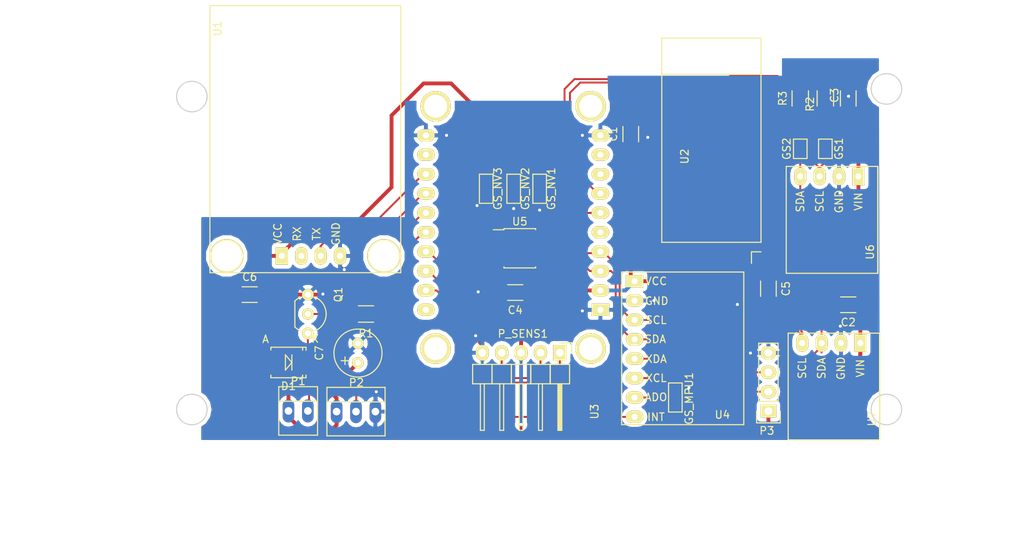
<source format=kicad_pcb>
(kicad_pcb (version 4) (host pcbnew 4.0.1-stable)

  (general
    (links 77)
    (no_connects 0)
    (area 97.733002 38.919999 248.575002 114.220001)
    (thickness 1.6)
    (drawings 13)
    (tracks 349)
    (zones 0)
    (modules 29)
    (nets 34)
  )

  (page A4)
  (layers
    (0 F.Cu signal)
    (31 B.Cu signal)
    (32 B.Adhes user)
    (33 F.Adhes user)
    (34 B.Paste user)
    (35 F.Paste user)
    (36 B.SilkS user)
    (37 F.SilkS user)
    (38 B.Mask user)
    (39 F.Mask user)
    (40 Dwgs.User user)
    (41 Cmts.User user)
    (42 Eco1.User user)
    (43 Eco2.User user)
    (44 Edge.Cuts user)
    (45 Margin user)
    (46 B.CrtYd user)
    (47 F.CrtYd user)
    (48 B.Fab user)
    (49 F.Fab user)
  )

  (setup
    (last_trace_width 0.25)
    (trace_clearance 0.2)
    (zone_clearance 0.508)
    (zone_45_only no)
    (trace_min 0.2)
    (segment_width 0.2)
    (edge_width 0.15)
    (via_size 0.6)
    (via_drill 0.4)
    (via_min_size 0.4)
    (via_min_drill 0.3)
    (uvia_size 0.3)
    (uvia_drill 0.1)
    (uvias_allowed no)
    (uvia_min_size 0.2)
    (uvia_min_drill 0.1)
    (pcb_text_width 0.3)
    (pcb_text_size 1.5 1.5)
    (mod_edge_width 0.15)
    (mod_text_size 0.000001 0.000001)
    (mod_text_width 0.15)
    (pad_size 1.4 1.4)
    (pad_drill 0.6)
    (pad_to_mask_clearance 0.2)
    (aux_axis_origin 124.46 96.52)
    (grid_origin 213.233 96.52)
    (visible_elements 7FFFFFFF)
    (pcbplotparams
      (layerselection 0x00030_80000001)
      (usegerberextensions false)
      (excludeedgelayer true)
      (linewidth 0.100000)
      (plotframeref false)
      (viasonmask false)
      (mode 1)
      (useauxorigin false)
      (hpglpennumber 1)
      (hpglpenspeed 20)
      (hpglpendiameter 15)
      (hpglpenoverlay 2)
      (psnegative false)
      (psa4output false)
      (plotreference true)
      (plotvalue true)
      (plotinvisibletext false)
      (padsonsilk false)
      (subtractmaskfromsilk false)
      (outputformat 1)
      (mirror false)
      (drillshape 1)
      (scaleselection 1)
      (outputdirectory "adem pcb"))
  )

  (net 0 "")
  (net 1 VCC)
  (net 2 GND)
  (net 3 "Net-(D1-Pad1)")
  (net 4 "Net-(GS1-Pad1)")
  (net 5 SCL)
  (net 6 SDA)
  (net 7 "Net-(GS2-Pad2)")
  (net 8 NEO_PXL)
  (net 9 "Net-(P3-Pad2)")
  (net 10 "Net-(Q1-Pad2)")
  (net 11 BUZZ)
  (net 12 "Net-(U1-Pad2)")
  (net 13 GPS_RX)
  (net 14 "Net-(U2-Pad1)")
  (net 15 "Net-(U2-Pad2)")
  (net 16 BT_TX)
  (net 17 BT_RX)
  (net 18 "Net-(U2-Pad7)")
  (net 19 "Net-(U3-Pad5)")
  (net 20 "Net-(U3-Pad8)")
  (net 21 "Net-(U3-Pad9)")
  (net 22 "Net-(U3-Pad20)")
  (net 23 A_SENSOR)
  (net 24 P10_SENS)
  (net 25 P25_SENS)
  (net 26 INT)
  (net 27 "Net-(U3-Pad12)")
  (net 28 "Net-(U5-Pad7)")
  (net 29 "Net-(GS_MPU1-Pad2)")
  (net 30 "Net-(GS_NV1-Pad2)")
  (net 31 "Net-(GS_NV2-Pad2)")
  (net 32 "Net-(GS_NV3-Pad2)")
  (net 33 "Net-(P3-Pad3)")

  (net_class Default "This is the default net class."
    (clearance 0.2)
    (trace_width 0.25)
    (via_dia 0.6)
    (via_drill 0.4)
    (uvia_dia 0.3)
    (uvia_drill 0.1)
    (add_net A_SENSOR)
    (add_net BT_RX)
    (add_net BT_TX)
    (add_net BUZZ)
    (add_net GPS_RX)
    (add_net INT)
    (add_net NEO_PXL)
    (add_net "Net-(D1-Pad1)")
    (add_net "Net-(GS1-Pad1)")
    (add_net "Net-(GS2-Pad2)")
    (add_net "Net-(GS_MPU1-Pad2)")
    (add_net "Net-(GS_NV1-Pad2)")
    (add_net "Net-(GS_NV2-Pad2)")
    (add_net "Net-(GS_NV3-Pad2)")
    (add_net "Net-(P3-Pad2)")
    (add_net "Net-(P3-Pad3)")
    (add_net "Net-(Q1-Pad2)")
    (add_net "Net-(U1-Pad2)")
    (add_net "Net-(U2-Pad1)")
    (add_net "Net-(U2-Pad2)")
    (add_net "Net-(U2-Pad7)")
    (add_net "Net-(U3-Pad12)")
    (add_net "Net-(U3-Pad20)")
    (add_net "Net-(U3-Pad5)")
    (add_net "Net-(U3-Pad8)")
    (add_net "Net-(U3-Pad9)")
    (add_net "Net-(U5-Pad7)")
    (add_net P10_SENS)
    (add_net P25_SENS)
    (add_net SCL)
    (add_net SDA)
  )

  (net_class POWER ""
    (clearance 0.2)
    (trace_width 0.5)
    (via_dia 0.6)
    (via_drill 0.4)
    (uvia_dia 0.3)
    (uvia_drill 0.1)
    (add_net GND)
    (add_net VCC)
  )

  (module ADEM:HTU21D (layer F.Cu) (tedit 563A15C8) (tstamp 563A1A87)
    (at 213.36 82.55 90)
    (path /5638EA83)
    (fp_text reference U7 (at -11.176 -1.016 90) (layer F.SilkS)
      (effects (font (size 1 1) (thickness 0.15)))
    )
    (fp_text value HTU21D (at -10.16 -10.668 90) (layer F.Fab)
      (effects (font (size 1 1) (thickness 0.15)))
    )
    (fp_text user VIN (at -4.572 -2.54 90) (layer F.SilkS)
      (effects (font (size 1 1) (thickness 0.15)))
    )
    (fp_text user GND (at -4.572 -5.08 90) (layer F.SilkS)
      (effects (font (size 1 1) (thickness 0.15)))
    )
    (fp_text user SDA (at -4.572 -7.62 90) (layer F.SilkS)
      (effects (font (size 1 1) (thickness 0.15)))
    )
    (fp_text user SCL (at -4.572 -10.16 90) (layer F.SilkS)
      (effects (font (size 1 1) (thickness 0.15)))
    )
    (fp_line (start -13.97 0) (end 0 0) (layer F.SilkS) (width 0.15))
    (fp_line (start -13.97 0) (end 0.03 0) (layer F.SilkS) (width 0.15))
    (fp_line (start 0.03 0) (end 0.03 -12) (layer F.SilkS) (width 0.15))
    (fp_line (start 0.03 -12) (end -13.97 -12) (layer F.SilkS) (width 0.15))
    (fp_line (start -13.97 -12) (end -13.97 0) (layer F.SilkS) (width 0.15))
    (pad 1 thru_hole rect (at -1.27 -2.54 90) (size 2.3 1.6) (drill 0.8) (layers *.Cu *.Mask F.SilkS)
      (net 1 VCC))
    (pad 2 thru_hole oval (at -1.27 -5.08 90) (size 2.3 1.6) (drill 0.8) (layers *.Cu *.Mask F.SilkS)
      (net 2 GND))
    (pad 3 thru_hole oval (at -1.27 -7.62 90) (size 2.3 1.6) (drill 0.8) (layers *.Cu *.Mask F.SilkS)
      (net 6 SDA))
    (pad 4 thru_hole oval (at -1.27 -10.16 90) (size 2.3 1.6) (drill 0.8) (layers *.Cu *.Mask F.SilkS)
      (net 5 SCL))
  )

  (module Capacitors_SMD:C_1206_HandSoldering (layer F.Cu) (tedit 541A9C03) (tstamp 563A0119)
    (at 180.738 56.438 90)
    (descr "Capacitor SMD 1206, hand soldering")
    (tags "capacitor 1206")
    (path /563917B6)
    (attr smd)
    (fp_text reference C1 (at 0 -2.3 90) (layer F.SilkS)
      (effects (font (size 1 1) (thickness 0.15)))
    )
    (fp_text value C (at 0 2.3 90) (layer F.Fab)
      (effects (font (size 1 1) (thickness 0.15)))
    )
    (fp_line (start -3.3 -1.15) (end 3.3 -1.15) (layer F.CrtYd) (width 0.05))
    (fp_line (start -3.3 1.15) (end 3.3 1.15) (layer F.CrtYd) (width 0.05))
    (fp_line (start -3.3 -1.15) (end -3.3 1.15) (layer F.CrtYd) (width 0.05))
    (fp_line (start 3.3 -1.15) (end 3.3 1.15) (layer F.CrtYd) (width 0.05))
    (fp_line (start 1 -1.025) (end -1 -1.025) (layer F.SilkS) (width 0.15))
    (fp_line (start -1 1.025) (end 1 1.025) (layer F.SilkS) (width 0.15))
    (pad 1 smd rect (at -2 0 90) (size 2 1.6) (layers F.Cu F.Paste F.Mask)
      (net 1 VCC))
    (pad 2 smd rect (at 2 0 90) (size 2 1.6) (layers F.Cu F.Paste F.Mask)
      (net 2 GND))
    (model Capacitors_SMD.3dshapes/C_1206_HandSoldering.wrl
      (at (xyz 0 0 0))
      (scale (xyz 1 1 1))
      (rotate (xyz 0 0 0))
    )
  )

  (module Capacitors_SMD:C_1206_HandSoldering (layer F.Cu) (tedit 541A9C03) (tstamp 563A011F)
    (at 209.233 78.8 180)
    (descr "Capacitor SMD 1206, hand soldering")
    (tags "capacitor 1206")
    (path /563917C3)
    (attr smd)
    (fp_text reference C2 (at 0 -2.3 180) (layer F.SilkS)
      (effects (font (size 1 1) (thickness 0.15)))
    )
    (fp_text value C (at 0 2.3 180) (layer F.Fab)
      (effects (font (size 1 1) (thickness 0.15)))
    )
    (fp_line (start -3.3 -1.15) (end 3.3 -1.15) (layer F.CrtYd) (width 0.05))
    (fp_line (start -3.3 1.15) (end 3.3 1.15) (layer F.CrtYd) (width 0.05))
    (fp_line (start -3.3 -1.15) (end -3.3 1.15) (layer F.CrtYd) (width 0.05))
    (fp_line (start 3.3 -1.15) (end 3.3 1.15) (layer F.CrtYd) (width 0.05))
    (fp_line (start 1 -1.025) (end -1 -1.025) (layer F.SilkS) (width 0.15))
    (fp_line (start -1 1.025) (end 1 1.025) (layer F.SilkS) (width 0.15))
    (pad 1 smd rect (at -2 0 180) (size 2 1.6) (layers F.Cu F.Paste F.Mask)
      (net 1 VCC))
    (pad 2 smd rect (at 2 0 180) (size 2 1.6) (layers F.Cu F.Paste F.Mask)
      (net 2 GND))
    (model Capacitors_SMD.3dshapes/C_1206_HandSoldering.wrl
      (at (xyz 0 0 0))
      (scale (xyz 1 1 1))
      (rotate (xyz 0 0 0))
    )
  )

  (module Capacitors_SMD:C_1206_HandSoldering (layer F.Cu) (tedit 541A9C03) (tstamp 563A0125)
    (at 209.233 51.766 90)
    (descr "Capacitor SMD 1206, hand soldering")
    (tags "capacitor 1206")
    (path /563917C9)
    (attr smd)
    (fp_text reference C3 (at 0.4 -1.8 90) (layer F.SilkS)
      (effects (font (size 1 1) (thickness 0.15)))
    )
    (fp_text value C (at -4.2 -0.2 90) (layer F.Fab)
      (effects (font (size 1 1) (thickness 0.15)))
    )
    (fp_line (start -3.3 -1.15) (end 3.3 -1.15) (layer F.CrtYd) (width 0.05))
    (fp_line (start -3.3 1.15) (end 3.3 1.15) (layer F.CrtYd) (width 0.05))
    (fp_line (start -3.3 -1.15) (end -3.3 1.15) (layer F.CrtYd) (width 0.05))
    (fp_line (start 3.3 -1.15) (end 3.3 1.15) (layer F.CrtYd) (width 0.05))
    (fp_line (start 1 -1.025) (end -1 -1.025) (layer F.SilkS) (width 0.15))
    (fp_line (start -1 1.025) (end 1 1.025) (layer F.SilkS) (width 0.15))
    (pad 1 smd rect (at -2 0 90) (size 2 1.6) (layers F.Cu F.Paste F.Mask)
      (net 1 VCC))
    (pad 2 smd rect (at 2 0 90) (size 2 1.6) (layers F.Cu F.Paste F.Mask)
      (net 2 GND))
    (model Capacitors_SMD.3dshapes/C_1206_HandSoldering.wrl
      (at (xyz 0 0 0))
      (scale (xyz 1 1 1))
      (rotate (xyz 0 0 0))
    )
  )

  (module Capacitors_SMD:C_1206_HandSoldering (layer F.Cu) (tedit 541A9C03) (tstamp 563A012B)
    (at 165.6 77.2 180)
    (descr "Capacitor SMD 1206, hand soldering")
    (tags "capacitor 1206")
    (path /563917CF)
    (attr smd)
    (fp_text reference C4 (at 0 -2.3 180) (layer F.SilkS)
      (effects (font (size 1 1) (thickness 0.15)))
    )
    (fp_text value C (at 0 2.3 180) (layer F.Fab)
      (effects (font (size 1 1) (thickness 0.15)))
    )
    (fp_line (start -3.3 -1.15) (end 3.3 -1.15) (layer F.CrtYd) (width 0.05))
    (fp_line (start -3.3 1.15) (end 3.3 1.15) (layer F.CrtYd) (width 0.05))
    (fp_line (start -3.3 -1.15) (end -3.3 1.15) (layer F.CrtYd) (width 0.05))
    (fp_line (start 3.3 -1.15) (end 3.3 1.15) (layer F.CrtYd) (width 0.05))
    (fp_line (start 1 -1.025) (end -1 -1.025) (layer F.SilkS) (width 0.15))
    (fp_line (start -1 1.025) (end 1 1.025) (layer F.SilkS) (width 0.15))
    (pad 1 smd rect (at -2 0 180) (size 2 1.6) (layers F.Cu F.Paste F.Mask)
      (net 1 VCC))
    (pad 2 smd rect (at 2 0 180) (size 2 1.6) (layers F.Cu F.Paste F.Mask)
      (net 2 GND))
    (model Capacitors_SMD.3dshapes/C_1206_HandSoldering.wrl
      (at (xyz 0 0 0))
      (scale (xyz 1 1 1))
      (rotate (xyz 0 0 0))
    )
  )

  (module Capacitors_SMD:C_1206_HandSoldering (layer F.Cu) (tedit 541A9C03) (tstamp 563A0131)
    (at 198.772 76.694 270)
    (descr "Capacitor SMD 1206, hand soldering")
    (tags "capacitor 1206")
    (path /563917D5)
    (attr smd)
    (fp_text reference C5 (at 0 -2.3 270) (layer F.SilkS)
      (effects (font (size 1 1) (thickness 0.15)))
    )
    (fp_text value C (at 0 2.3 270) (layer F.Fab)
      (effects (font (size 1 1) (thickness 0.15)))
    )
    (fp_line (start -3.3 -1.15) (end 3.3 -1.15) (layer F.CrtYd) (width 0.05))
    (fp_line (start -3.3 1.15) (end 3.3 1.15) (layer F.CrtYd) (width 0.05))
    (fp_line (start -3.3 -1.15) (end -3.3 1.15) (layer F.CrtYd) (width 0.05))
    (fp_line (start 3.3 -1.15) (end 3.3 1.15) (layer F.CrtYd) (width 0.05))
    (fp_line (start 1 -1.025) (end -1 -1.025) (layer F.SilkS) (width 0.15))
    (fp_line (start -1 1.025) (end 1 1.025) (layer F.SilkS) (width 0.15))
    (pad 1 smd rect (at -2 0 270) (size 2 1.6) (layers F.Cu F.Paste F.Mask)
      (net 1 VCC))
    (pad 2 smd rect (at 2 0 270) (size 2 1.6) (layers F.Cu F.Paste F.Mask)
      (net 2 GND))
    (model Capacitors_SMD.3dshapes/C_1206_HandSoldering.wrl
      (at (xyz 0 0 0))
      (scale (xyz 1 1 1))
      (rotate (xyz 0 0 0))
    )
  )

  (module Capacitors_SMD:C_1206_HandSoldering (layer F.Cu) (tedit 541A9C03) (tstamp 563A0137)
    (at 130.81 77.47)
    (descr "Capacitor SMD 1206, hand soldering")
    (tags "capacitor 1206")
    (path /563917DB)
    (attr smd)
    (fp_text reference C6 (at 0 -2.3) (layer F.SilkS)
      (effects (font (size 1 1) (thickness 0.15)))
    )
    (fp_text value C (at 0 2.3) (layer F.Fab)
      (effects (font (size 1 1) (thickness 0.15)))
    )
    (fp_line (start -3.3 -1.15) (end 3.3 -1.15) (layer F.CrtYd) (width 0.05))
    (fp_line (start -3.3 1.15) (end 3.3 1.15) (layer F.CrtYd) (width 0.05))
    (fp_line (start -3.3 -1.15) (end -3.3 1.15) (layer F.CrtYd) (width 0.05))
    (fp_line (start 3.3 -1.15) (end 3.3 1.15) (layer F.CrtYd) (width 0.05))
    (fp_line (start 1 -1.025) (end -1 -1.025) (layer F.SilkS) (width 0.15))
    (fp_line (start -1 1.025) (end 1 1.025) (layer F.SilkS) (width 0.15))
    (pad 1 smd rect (at -2 0) (size 2 1.6) (layers F.Cu F.Paste F.Mask)
      (net 1 VCC))
    (pad 2 smd rect (at 2 0) (size 2 1.6) (layers F.Cu F.Paste F.Mask)
      (net 2 GND))
    (model Capacitors_SMD.3dshapes/C_1206_HandSoldering.wrl
      (at (xyz 0 0 0))
      (scale (xyz 1 1 1))
      (rotate (xyz 0 0 0))
    )
  )

  (module Diodes_SMD:SMB_Handsoldering (layer F.Cu) (tedit 552FF2F0) (tstamp 563A013D)
    (at 135.89 86.36 180)
    (descr "Diode SMB Handsoldering")
    (tags "Diode SMB Handsoldering")
    (path /563912F5)
    (attr smd)
    (fp_text reference D1 (at 0 -3.1 180) (layer F.SilkS)
      (effects (font (size 1 1) (thickness 0.15)))
    )
    (fp_text value DIODE (at 0.1 4.75 180) (layer F.Fab)
      (effects (font (size 1 1) (thickness 0.15)))
    )
    (fp_line (start -4.7 -2.25) (end 4.7 -2.25) (layer F.CrtYd) (width 0.05))
    (fp_line (start 4.7 -2.25) (end 4.7 2.25) (layer F.CrtYd) (width 0.05))
    (fp_line (start 4.7 2.25) (end -4.7 2.25) (layer F.CrtYd) (width 0.05))
    (fp_line (start -4.7 2.25) (end -4.7 -2.25) (layer F.CrtYd) (width 0.05))
    (fp_line (start -0.44958 0) (end 0.39878 -1.00076) (layer F.SilkS) (width 0.15))
    (fp_line (start 0.39878 -1.00076) (end 0.39878 1.00076) (layer F.SilkS) (width 0.15))
    (fp_line (start 0.39878 1.00076) (end -0.44958 0) (layer F.SilkS) (width 0.15))
    (fp_line (start -0.44958 0) (end -0.44958 1.00076) (layer F.SilkS) (width 0.15))
    (fp_line (start -0.44958 0) (end -0.44958 -1.00076) (layer F.SilkS) (width 0.15))
    (fp_text user K (at -3.5 3.1 180) (layer F.SilkS)
      (effects (font (size 1 1) (thickness 0.15)))
    )
    (fp_text user A (at 3 3.05 180) (layer F.SilkS)
      (effects (font (size 1 1) (thickness 0.15)))
    )
    (fp_line (start -2.30632 1.8) (end -2.30632 1.6002) (layer F.SilkS) (width 0.15))
    (fp_line (start -1.84928 1.8) (end -1.84928 1.601) (layer F.SilkS) (width 0.15))
    (fp_line (start 2.30124 1.8) (end 2.30124 1.651) (layer F.SilkS) (width 0.15))
    (fp_line (start -2.30124 -1.8) (end -2.30124 -1.651) (layer F.SilkS) (width 0.15))
    (fp_line (start -1.84928 -1.8) (end -1.84928 -1.651) (layer F.SilkS) (width 0.15))
    (fp_line (start 2.30124 -1.8) (end 2.30124 -1.651) (layer F.SilkS) (width 0.15))
    (fp_line (start -1.84928 1.94898) (end -1.84928 1.75086) (layer F.SilkS) (width 0.15))
    (fp_line (start -1.84928 -1.99898) (end -1.84928 -1.80086) (layer F.SilkS) (width 0.15))
    (fp_line (start 2.29616 1.99644) (end 2.29616 1.79832) (layer F.SilkS) (width 0.15))
    (fp_line (start -2.30632 1.99644) (end 2.29616 1.99644) (layer F.SilkS) (width 0.15))
    (fp_line (start -2.30632 1.99644) (end -2.30632 1.79832) (layer F.SilkS) (width 0.15))
    (fp_line (start -2.30124 -1.99898) (end -2.30124 -1.80086) (layer F.SilkS) (width 0.15))
    (fp_line (start -2.30124 -1.99898) (end 2.30124 -1.99898) (layer F.SilkS) (width 0.15))
    (fp_line (start 2.30124 -1.99898) (end 2.30124 -1.80086) (layer F.SilkS) (width 0.15))
    (pad 1 smd rect (at -2.70002 0 180) (size 3.50012 2.30124) (layers F.Cu F.Paste F.Mask)
      (net 3 "Net-(D1-Pad1)"))
    (pad 2 smd rect (at 2.70002 0 180) (size 3.50012 2.30124) (layers F.Cu F.Paste F.Mask)
      (net 1 VCC))
    (model Diodes_SMD.3dshapes/SMB_Handsoldering.wrl
      (at (xyz 0 0 0))
      (scale (xyz 0.3937 0.3937 0.3937))
      (rotate (xyz 0 0 180))
    )
  )

  (module Connect:GS2 (layer F.Cu) (tedit 0) (tstamp 563A0143)
    (at 206.233 58.366)
    (descr "Pontet Goute de soudure")
    (path /5638ED57)
    (attr virtual)
    (fp_text reference GS1 (at 1.778 0 90) (layer F.SilkS)
      (effects (font (size 1 1) (thickness 0.15)))
    )
    (fp_text value GS1 (at 1.524 0 90) (layer F.Fab)
      (effects (font (size 1 1) (thickness 0.15)))
    )
    (fp_line (start -0.889 -1.27) (end -0.889 1.27) (layer F.SilkS) (width 0.15))
    (fp_line (start 0.889 1.27) (end 0.889 -1.27) (layer F.SilkS) (width 0.15))
    (fp_line (start 0.889 1.27) (end -0.889 1.27) (layer F.SilkS) (width 0.15))
    (fp_line (start -0.889 -1.27) (end 0.889 -1.27) (layer F.SilkS) (width 0.15))
    (pad 1 smd rect (at 0 -0.635) (size 1.27 0.9652) (layers F.Cu F.Paste F.Mask)
      (net 4 "Net-(GS1-Pad1)"))
    (pad 2 smd rect (at 0 0.635) (size 1.27 0.9652) (layers F.Cu F.Paste F.Mask)
      (net 5 SCL))
  )

  (module Connect:GS2 (layer F.Cu) (tedit 0) (tstamp 563A0149)
    (at 202.946 58.366 180)
    (descr "Pontet Goute de soudure")
    (path /5638F761)
    (attr virtual)
    (fp_text reference GS2 (at 1.778 0 270) (layer F.SilkS)
      (effects (font (size 1 1) (thickness 0.15)))
    )
    (fp_text value GS2 (at 1.524 0 270) (layer F.Fab)
      (effects (font (size 1 1) (thickness 0.15)))
    )
    (fp_line (start -0.889 -1.27) (end -0.889 1.27) (layer F.SilkS) (width 0.15))
    (fp_line (start 0.889 1.27) (end 0.889 -1.27) (layer F.SilkS) (width 0.15))
    (fp_line (start 0.889 1.27) (end -0.889 1.27) (layer F.SilkS) (width 0.15))
    (fp_line (start -0.889 -1.27) (end 0.889 -1.27) (layer F.SilkS) (width 0.15))
    (pad 1 smd rect (at 0 -0.635 180) (size 1.27 0.9652) (layers F.Cu F.Paste F.Mask)
      (net 6 SDA))
    (pad 2 smd rect (at 0 0.635 180) (size 1.27 0.9652) (layers F.Cu F.Paste F.Mask)
      (net 7 "Net-(GS2-Pad2)"))
  )

  (module Connect:PINHEAD1-2 (layer F.Cu) (tedit 0) (tstamp 563A016B)
    (at 137.16 92.71)
    (path /563912AA)
    (attr virtual)
    (fp_text reference P1 (at 0 -3.9) (layer F.SilkS)
      (effects (font (size 1 1) (thickness 0.15)))
    )
    (fp_text value CONN_buzz (at 0 3.81) (layer F.Fab)
      (effects (font (size 1 1) (thickness 0.15)))
    )
    (fp_line (start 2.54 -1.27) (end -2.54 -1.27) (layer F.SilkS) (width 0.15))
    (fp_line (start 2.54 3.175) (end -2.54 3.175) (layer F.SilkS) (width 0.15))
    (fp_line (start -2.54 -3.175) (end 2.54 -3.175) (layer F.SilkS) (width 0.15))
    (fp_line (start -2.54 -3.175) (end -2.54 3.175) (layer F.SilkS) (width 0.15))
    (fp_line (start 2.54 -3.175) (end 2.54 3.175) (layer F.SilkS) (width 0.15))
    (pad 1 thru_hole oval (at -1.27 0) (size 1.50622 3.01498) (drill 0.99822) (layers *.Cu *.Mask)
      (net 1 VCC))
    (pad 2 thru_hole oval (at 1.27 0) (size 1.50622 3.01498) (drill 0.99822) (layers *.Cu *.Mask)
      (net 3 "Net-(D1-Pad1)"))
  )

  (module TO_SOT_Packages_THT:TO-92_Inline_Wide (layer F.Cu) (tedit 54F242B4) (tstamp 563A017E)
    (at 138.43 77.47 270)
    (descr "TO-92 leads in-line, wide, drill 0.8mm (see NXP sot054_po.pdf)")
    (tags "to-92 sc-43 sc-43a sot54 PA33 transistor")
    (path /563913C9)
    (fp_text reference Q1 (at 0 -4 450) (layer F.SilkS)
      (effects (font (size 1 1) (thickness 0.15)))
    )
    (fp_text value NPN (at 0 3 270) (layer F.Fab)
      (effects (font (size 1 1) (thickness 0.15)))
    )
    (fp_arc (start 2.54 0) (end 0.84 1.7) (angle 20.5) (layer F.SilkS) (width 0.15))
    (fp_arc (start 2.54 0) (end 4.24 1.7) (angle -20.5) (layer F.SilkS) (width 0.15))
    (fp_line (start -1 1.95) (end -1 -2.65) (layer F.CrtYd) (width 0.05))
    (fp_line (start -1 1.95) (end 6.1 1.95) (layer F.CrtYd) (width 0.05))
    (fp_line (start 0.84 1.7) (end 4.24 1.7) (layer F.SilkS) (width 0.15))
    (fp_arc (start 2.54 0) (end 2.54 -2.4) (angle -65.55604127) (layer F.SilkS) (width 0.15))
    (fp_arc (start 2.54 0) (end 2.54 -2.4) (angle 65.55604127) (layer F.SilkS) (width 0.15))
    (fp_line (start -1 -2.65) (end 6.1 -2.65) (layer F.CrtYd) (width 0.05))
    (fp_line (start 6.1 1.95) (end 6.1 -2.65) (layer F.CrtYd) (width 0.05))
    (pad 2 thru_hole circle (at 2.54 0) (size 1.524 1.524) (drill 0.8) (layers *.Cu *.Mask F.SilkS)
      (net 10 "Net-(Q1-Pad2)"))
    (pad 3 thru_hole circle (at 5.08 0) (size 1.524 1.524) (drill 0.8) (layers *.Cu *.Mask F.SilkS)
      (net 3 "Net-(D1-Pad1)"))
    (pad 1 thru_hole circle (at 0 0) (size 1.524 1.524) (drill 0.8) (layers *.Cu *.Mask F.SilkS)
      (net 2 GND))
    (model TO_SOT_Packages_THT.3dshapes/TO-92_Inline_Wide.wrl
      (at (xyz 0.1 0 0))
      (scale (xyz 1 1 1))
      (rotate (xyz 0 0 -90))
    )
  )

  (module Resistors_SMD:R_1206_HandSoldering (layer F.Cu) (tedit 563A0602) (tstamp 563A0184)
    (at 146.05 80.01 180)
    (descr "Resistor SMD 1206, hand soldering")
    (tags "resistor 1206")
    (path /563913DA)
    (attr smd)
    (fp_text reference R1 (at 0 -2.54 360) (layer F.SilkS)
      (effects (font (size 1 1) (thickness 0.15)))
    )
    (fp_text value R (at 0 2.3 180) (layer F.Fab)
      (effects (font (size 1 1) (thickness 0.15)))
    )
    (fp_line (start -3.3 -1.2) (end 3.3 -1.2) (layer F.CrtYd) (width 0.05))
    (fp_line (start -3.3 1.2) (end 3.3 1.2) (layer F.CrtYd) (width 0.05))
    (fp_line (start -3.3 -1.2) (end -3.3 1.2) (layer F.CrtYd) (width 0.05))
    (fp_line (start 3.3 -1.2) (end 3.3 1.2) (layer F.CrtYd) (width 0.05))
    (fp_line (start 1 1.075) (end -1 1.075) (layer F.SilkS) (width 0.15))
    (fp_line (start -1 -1.075) (end 1 -1.075) (layer F.SilkS) (width 0.15))
    (pad 1 smd rect (at -2 0 180) (size 2 1.7) (layers F.Cu F.Paste F.Mask)
      (net 11 BUZZ))
    (pad 2 smd rect (at 2 0 180) (size 2 1.7) (layers F.Cu F.Paste F.Mask)
      (net 10 "Net-(Q1-Pad2)"))
    (model Resistors_SMD.3dshapes/R_1206_HandSoldering.wrl
      (at (xyz 0 0 0))
      (scale (xyz 1 1 1))
      (rotate (xyz 0 0 0))
    )
  )

  (module Resistors_SMD:R_1206_HandSoldering (layer F.Cu) (tedit 5418A20D) (tstamp 563A018A)
    (at 206.233 51.766 270)
    (descr "Resistor SMD 1206, hand soldering")
    (tags "resistor 1206")
    (path /5638ED80)
    (attr smd)
    (fp_text reference R2 (at 0.754 2 270) (layer F.SilkS)
      (effects (font (size 1 1) (thickness 0.15)))
    )
    (fp_text value R (at 4.2 0 270) (layer F.Fab)
      (effects (font (size 1 1) (thickness 0.15)))
    )
    (fp_line (start -3.3 -1.2) (end 3.3 -1.2) (layer F.CrtYd) (width 0.05))
    (fp_line (start -3.3 1.2) (end 3.3 1.2) (layer F.CrtYd) (width 0.05))
    (fp_line (start -3.3 -1.2) (end -3.3 1.2) (layer F.CrtYd) (width 0.05))
    (fp_line (start 3.3 -1.2) (end 3.3 1.2) (layer F.CrtYd) (width 0.05))
    (fp_line (start 1 1.075) (end -1 1.075) (layer F.SilkS) (width 0.15))
    (fp_line (start -1 -1.075) (end 1 -1.075) (layer F.SilkS) (width 0.15))
    (pad 1 smd rect (at -2 0 270) (size 2 1.7) (layers F.Cu F.Paste F.Mask)
      (net 1 VCC))
    (pad 2 smd rect (at 2 0 270) (size 2 1.7) (layers F.Cu F.Paste F.Mask)
      (net 4 "Net-(GS1-Pad1)"))
    (model Resistors_SMD.3dshapes/R_1206_HandSoldering.wrl
      (at (xyz 0 0 0))
      (scale (xyz 1 1 1))
      (rotate (xyz 0 0 0))
    )
  )

  (module Resistors_SMD:R_1206_HandSoldering (layer F.Cu) (tedit 5418A20D) (tstamp 563A0190)
    (at 202.946 51.766 90)
    (descr "Resistor SMD 1206, hand soldering")
    (tags "resistor 1206")
    (path /5638ED71)
    (attr smd)
    (fp_text reference R3 (at 0 -2.3 90) (layer F.SilkS)
      (effects (font (size 1 1) (thickness 0.15)))
    )
    (fp_text value R (at -4.2 0.2 90) (layer F.Fab)
      (effects (font (size 1 1) (thickness 0.15)))
    )
    (fp_line (start -3.3 -1.2) (end 3.3 -1.2) (layer F.CrtYd) (width 0.05))
    (fp_line (start -3.3 1.2) (end 3.3 1.2) (layer F.CrtYd) (width 0.05))
    (fp_line (start -3.3 -1.2) (end -3.3 1.2) (layer F.CrtYd) (width 0.05))
    (fp_line (start 3.3 -1.2) (end 3.3 1.2) (layer F.CrtYd) (width 0.05))
    (fp_line (start 1 1.075) (end -1 1.075) (layer F.SilkS) (width 0.15))
    (fp_line (start -1 -1.075) (end 1 -1.075) (layer F.SilkS) (width 0.15))
    (pad 1 smd rect (at -2 0 90) (size 2 1.7) (layers F.Cu F.Paste F.Mask)
      (net 7 "Net-(GS2-Pad2)"))
    (pad 2 smd rect (at 2 0 90) (size 2 1.7) (layers F.Cu F.Paste F.Mask)
      (net 1 VCC))
    (model Resistors_SMD.3dshapes/R_1206_HandSoldering.wrl
      (at (xyz 0 0 0))
      (scale (xyz 1 1 1))
      (rotate (xyz 0 0 0))
    )
  )

  (module ADEM:HC-05 (layer F.Cu) (tedit 5639E20A) (tstamp 563A01D1)
    (at 184.802 70.616 270)
    (path /5638EA74)
    (fp_text reference U2 (at -11.25 -3 270) (layer F.SilkS)
      (effects (font (size 1 1) (thickness 0.15)))
    )
    (fp_text value HC05 (at -11.5 -11 270) (layer F.Fab)
      (effects (font (size 1 1) (thickness 0.15)))
    )
    (fp_line (start 0 -13) (end -26.75 -13) (layer F.SilkS) (width 0.15))
    (fp_line (start -22 0) (end -22 -13) (layer F.SilkS) (width 0.15))
    (fp_line (start 0 0) (end -26.75 0) (layer F.SilkS) (width 0.15))
    (fp_line (start -26.75 0) (end -26.75 -13) (layer F.SilkS) (width 0.15))
    (fp_line (start 0 0) (end 0 -13) (layer F.SilkS) (width 0.15))
    (fp_line (start 1.25 -13) (end 1.25 -11.75) (layer F.SilkS) (width 0.15))
    (fp_line (start 1.25 -11.75) (end 2.75 -11.75) (layer F.SilkS) (width 0.15))
    (pad 1 smd rect (at -19.75 0 270) (size 1 2) (layers F.Cu F.Paste F.Mask)
      (net 14 "Net-(U2-Pad1)"))
    (pad 2 smd oval (at -18.25 0 270) (size 1 2) (layers F.Cu F.Paste F.Mask)
      (net 15 "Net-(U2-Pad2)"))
    (pad 3 smd oval (at -16.75 0 270) (size 1 2) (layers F.Cu F.Paste F.Mask)
      (net 16 BT_TX))
    (pad 4 smd oval (at -15.25 0 270) (size 1 2) (layers F.Cu F.Paste F.Mask)
      (net 17 BT_RX))
    (pad 5 smd oval (at -13.75 0 270) (size 1 2) (layers F.Cu F.Paste F.Mask)
      (net 2 GND))
    (pad 6 smd oval (at -12.25 0 270) (size 1 2) (layers F.Cu F.Paste F.Mask)
      (net 1 VCC))
    (pad 7 smd oval (at -10.75 0 270) (size 1 2) (layers F.Cu F.Paste F.Mask)
      (net 18 "Net-(U2-Pad7)"))
    (pad 8 smd oval (at -9.25 0 270) (size 1 2) (layers F.Cu F.Paste F.Mask))
    (pad 9 smd oval (at -7.75 0 270) (size 1 2) (layers F.Cu F.Paste F.Mask))
    (pad 10 smd oval (at -6.25 0 270) (size 1 2) (layers F.Cu F.Paste F.Mask))
    (pad 11 smd oval (at -4.75 0 270) (size 1 2) (layers F.Cu F.Paste F.Mask))
    (pad 12 smd oval (at -3.25 0 270) (size 1 2) (layers F.Cu F.Paste F.Mask))
    (pad 13 smd oval (at -1.75 0 270) (size 1 2) (layers F.Cu F.Paste F.Mask))
    (pad 34 smd oval (at -19.75 -13 270) (size 1 2) (layers F.Cu F.Paste F.Mask))
    (pad 33 smd oval (at -18.25 -13 270) (size 1 2) (layers F.Cu F.Paste F.Mask))
    (pad 32 smd oval (at -16.75 -13 270) (size 1 2) (layers F.Cu F.Paste F.Mask))
    (pad 31 smd oval (at -15.25 -13 270) (size 1 2) (layers F.Cu F.Paste F.Mask))
    (pad 30 smd oval (at -13.75 -13 270) (size 1 2) (layers F.Cu F.Paste F.Mask))
    (pad 29 smd oval (at -12.25 -13 270) (size 1 2) (layers F.Cu F.Paste F.Mask))
    (pad 28 smd oval (at -10.75 -13 270) (size 1 2) (layers F.Cu F.Paste F.Mask))
    (pad 27 smd oval (at -9.25 -13 270) (size 1 2) (layers F.Cu F.Paste F.Mask))
    (pad 26 smd oval (at -7.75 -13 270) (size 1 2) (layers F.Cu F.Paste F.Mask))
    (pad 25 smd oval (at -6.25 -13 270) (size 1 2) (layers F.Cu F.Paste F.Mask))
    (pad 24 smd oval (at -4.75 -13 270) (size 1 2) (layers F.Cu F.Paste F.Mask))
    (pad 23 smd oval (at -3.25 -13 270) (size 1 2) (layers F.Cu F.Paste F.Mask))
    (pad 22 smd oval (at -1.75 -13 270) (size 1 2) (layers F.Cu F.Paste F.Mask))
    (pad 21 smd oval (at 0 -11.75 270) (size 2 1) (layers F.Cu F.Paste F.Mask))
    (pad 20 smd oval (at 0 -10.25 270) (size 2 1) (layers F.Cu F.Paste F.Mask))
    (pad 19 smd oval (at 0 -8.75 270) (size 2 1) (layers F.Cu F.Paste F.Mask))
    (pad 18 smd oval (at 0 -7.25 270) (size 2 1) (layers F.Cu F.Paste F.Mask))
    (pad 17 smd oval (at 0 -5.75 270) (size 2 1) (layers F.Cu F.Paste F.Mask))
    (pad 16 smd oval (at 0 -4.25 270) (size 2 1) (layers F.Cu F.Paste F.Mask))
    (pad 15 smd oval (at 0 -2.75 270) (size 2 1) (layers F.Cu F.Paste F.Mask))
    (pad 14 smd oval (at 0 -1.25 270) (size 2 1) (layers F.Cu F.Paste F.Mask))
  )

  (module ADEM:ESP8266_THING (layer F.Cu) (tedit 5639ECD6) (tstamp 563A01F5)
    (at 178.0286 95.9739 90)
    (path /5638E13D)
    (fp_text reference U3 (at 3.175 -2.032 90) (layer F.SilkS)
      (effects (font (size 1 1) (thickness 0.15)))
    )
    (fp_text value ESP8266_THING (at 27.559 -19.05 90) (layer F.Fab)
      (effects (font (size 1 1) (thickness 0.15)))
    )
    (fp_circle (center 43.18 -2.54) (end 44.45 -1.27) (layer F.SilkS) (width 0.15))
    (fp_circle (center 43.18 -22.86) (end 44.45 -21.59) (layer F.SilkS) (width 0.15))
    (fp_circle (center 11.43 -22.86) (end 12.7 -21.59) (layer F.SilkS) (width 0.15))
    (fp_circle (center 11.43 -2.54) (end 12.7 -1.27) (layer F.SilkS) (width 0.15))
    (fp_line (start 0 0) (end 55.88 0) (layer B.Adhes) (width 0.15))
    (fp_line (start 55.88 0) (end 55.88 -25.4) (layer B.Adhes) (width 0.15))
    (fp_line (start 55.88 -25.4) (end 0 -25.4) (layer B.Adhes) (width 0.15))
    (fp_line (start 0 -25.4) (end 0 0) (layer B.Adhes) (width 0.15))
    (pad "" np_thru_hole circle (at 43.18 -2.54 90) (size 4 4) (drill 3) (layers *.Cu *.Adhes *.Mask F.SilkS))
    (pad "" np_thru_hole circle (at 43.18 -22.86 90) (size 4 4) (drill 3) (layers *.Cu *.Adhes *.Mask F.SilkS))
    (pad "" np_thru_hole circle (at 11.43 -22.86 90) (size 4 4) (drill 3) (layers *.Cu *.Adhes *.Mask F.SilkS))
    (pad 1 thru_hole rect (at 16.51 -1.27 90) (size 1.6 2.3) (drill 0.8) (layers *.Cu *.Mask F.SilkS)
      (net 2 GND))
    (pad 2 thru_hole oval (at 19.05 -1.27 90) (size 1.6 2.3) (drill 0.8) (layers *.Cu *.Mask F.SilkS)
      (net 1 VCC))
    (pad 3 thru_hole oval (at 21.59 -1.27 90) (size 1.6 2.3) (drill 0.8) (layers *.Cu *.Mask F.SilkS)
      (net 6 SDA))
    (pad 4 thru_hole oval (at 24.13 -1.27 90) (size 1.6 2.3) (drill 0.8) (layers *.Cu *.Mask F.SilkS)
      (net 5 SCL))
    (pad 5 thru_hole oval (at 26.67 -1.27 90) (size 1.6 2.3) (drill 0.8) (layers *.Cu *.Mask F.SilkS)
      (net 19 "Net-(U3-Pad5)"))
    (pad 6 thru_hole oval (at 29.21 -1.27 90) (size 1.6 2.3) (drill 0.8) (layers *.Cu *.Mask F.SilkS)
      (net 17 BT_RX))
    (pad 7 thru_hole oval (at 31.75 -1.27 90) (size 1.6 2.3) (drill 0.8) (layers *.Cu *.Mask F.SilkS)
      (net 16 BT_TX))
    (pad 8 thru_hole oval (at 34.29 -1.27 90) (size 1.6 2.3) (drill 0.8) (layers *.Cu *.Mask F.SilkS)
      (net 20 "Net-(U3-Pad8)"))
    (pad 9 thru_hole oval (at 36.83 -1.27 90) (size 1.6 2.3) (drill 0.8) (layers *.Cu *.Mask F.SilkS)
      (net 21 "Net-(U3-Pad9)"))
    (pad 10 thru_hole oval (at 39.37 -1.27 90) (size 1.6 2.3) (drill 0.8) (layers *.Cu *.Mask F.SilkS)
      (net 2 GND))
    (pad 20 thru_hole oval (at 16.51 -24.13 90) (size 1.6 2.3) (drill 0.8) (layers *.Cu *.Mask F.SilkS)
      (net 22 "Net-(U3-Pad20)"))
    (pad 19 thru_hole oval (at 19.05 -24.13 90) (size 1.6 2.3) (drill 0.8) (layers *.Cu *.Mask F.SilkS)
      (net 23 A_SENSOR))
    (pad 18 thru_hole oval (at 21.59 -24.13 90) (size 1.6 2.3) (drill 0.8) (layers *.Cu *.Mask F.SilkS)
      (net 24 P10_SENS))
    (pad 17 thru_hole oval (at 24.13 -24.13 90) (size 1.6 2.3) (drill 0.8) (layers *.Cu *.Mask F.SilkS)
      (net 25 P25_SENS))
    (pad 16 thru_hole oval (at 26.67 -24.13 90) (size 1.6 2.3) (drill 0.8) (layers *.Cu *.Mask F.SilkS)
      (net 26 INT))
    (pad 15 thru_hole oval (at 29.21 -24.13 90) (size 1.6 2.3) (drill 0.8) (layers *.Cu *.Mask F.SilkS)
      (net 11 BUZZ))
    (pad 14 thru_hole oval (at 31.75 -24.13 90) (size 1.6 2.3) (drill 0.8) (layers *.Cu *.Mask F.SilkS)
      (net 8 NEO_PXL))
    (pad 13 thru_hole oval (at 34.29 -24.13 90) (size 1.6 2.3) (drill 0.8) (layers *.Cu *.Mask F.SilkS)
      (net 13 GPS_RX))
    (pad 12 thru_hole oval (at 36.83 -24.13 90) (size 1.6 2.3) (drill 0.8) (layers *.Cu *.Mask F.SilkS)
      (net 27 "Net-(U3-Pad12)"))
    (pad 11 thru_hole oval (at 39.37 -24.13 90) (size 1.6 2.3) (drill 0.8) (layers *.Cu *.Mask F.SilkS)
      (net 2 GND))
    (pad "" np_thru_hole circle (at 11.43 -2.54 90) (size 4 4) (drill 3) (layers *.Cu *.Adhes *.Mask F.SilkS))
  )

  (module Housings_SOIC:SOIC-8_3.9x4.9mm_Pitch1.27mm (layer F.Cu) (tedit 54130A77) (tstamp 563A0219)
    (at 166.2 71.4)
    (descr "8-Lead Plastic Small Outline (SN) - Narrow, 3.90 mm Body [SOIC] (see Microchip Packaging Specification 00000049BS.pdf)")
    (tags "SOIC 1.27")
    (path /5638EAB4)
    (attr smd)
    (fp_text reference U5 (at 0 -3.5) (layer F.SilkS)
      (effects (font (size 1 1) (thickness 0.15)))
    )
    (fp_text value NVSRAM (at 0 3.5) (layer F.Fab)
      (effects (font (size 1 1) (thickness 0.15)))
    )
    (fp_line (start -3.75 -2.75) (end -3.75 2.75) (layer F.CrtYd) (width 0.05))
    (fp_line (start 3.75 -2.75) (end 3.75 2.75) (layer F.CrtYd) (width 0.05))
    (fp_line (start -3.75 -2.75) (end 3.75 -2.75) (layer F.CrtYd) (width 0.05))
    (fp_line (start -3.75 2.75) (end 3.75 2.75) (layer F.CrtYd) (width 0.05))
    (fp_line (start -2.075 -2.575) (end -2.075 -2.43) (layer F.SilkS) (width 0.15))
    (fp_line (start 2.075 -2.575) (end 2.075 -2.43) (layer F.SilkS) (width 0.15))
    (fp_line (start 2.075 2.575) (end 2.075 2.43) (layer F.SilkS) (width 0.15))
    (fp_line (start -2.075 2.575) (end -2.075 2.43) (layer F.SilkS) (width 0.15))
    (fp_line (start -2.075 -2.575) (end 2.075 -2.575) (layer F.SilkS) (width 0.15))
    (fp_line (start -2.075 2.575) (end 2.075 2.575) (layer F.SilkS) (width 0.15))
    (fp_line (start -2.075 -2.43) (end -3.475 -2.43) (layer F.SilkS) (width 0.15))
    (pad 1 smd rect (at -2.7 -1.905) (size 1.55 0.6) (layers F.Cu F.Paste F.Mask)
      (net 30 "Net-(GS_NV1-Pad2)"))
    (pad 2 smd rect (at -2.7 -0.635) (size 1.55 0.6) (layers F.Cu F.Paste F.Mask)
      (net 31 "Net-(GS_NV2-Pad2)"))
    (pad 3 smd rect (at -2.7 0.635) (size 1.55 0.6) (layers F.Cu F.Paste F.Mask)
      (net 32 "Net-(GS_NV3-Pad2)"))
    (pad 4 smd rect (at -2.7 1.905) (size 1.55 0.6) (layers F.Cu F.Paste F.Mask)
      (net 2 GND))
    (pad 5 smd rect (at 2.7 1.905) (size 1.55 0.6) (layers F.Cu F.Paste F.Mask)
      (net 6 SDA))
    (pad 6 smd rect (at 2.7 0.635) (size 1.55 0.6) (layers F.Cu F.Paste F.Mask)
      (net 5 SCL))
    (pad 7 smd rect (at 2.7 -0.635) (size 1.55 0.6) (layers F.Cu F.Paste F.Mask)
      (net 28 "Net-(U5-Pad7)"))
    (pad 8 smd rect (at 2.7 -1.905) (size 1.55 0.6) (layers F.Cu F.Paste F.Mask)
      (net 1 VCC))
    (model Housings_SOIC.3dshapes/SOIC-8_3.9x4.9mm_Pitch1.27mm.wrl
      (at (xyz 0 0 0))
      (scale (xyz 1 1 1))
      (rotate (xyz 0 0 0))
    )
  )

  (module Connect:GS3 (layer F.Cu) (tedit 0) (tstamp 563A05DF)
    (at 186.58 90.95 180)
    (descr "Pontet Goute de soudure")
    (path /5638F172)
    (attr virtual)
    (fp_text reference GS_MPU1 (at -1.8 -0.13 270) (layer F.SilkS)
      (effects (font (size 1 1) (thickness 0.15)))
    )
    (fp_text value GS_A0 (at 1.6 0 270) (layer F.Fab)
      (effects (font (size 1 1) (thickness 0.15)))
    )
    (fp_line (start -0.889 -1.905) (end -0.889 1.905) (layer F.SilkS) (width 0.15))
    (fp_line (start -0.889 1.905) (end 0.889 1.905) (layer F.SilkS) (width 0.15))
    (fp_line (start 0.889 1.905) (end 0.889 -1.905) (layer F.SilkS) (width 0.15))
    (fp_line (start -0.889 -1.905) (end 0.889 -1.905) (layer F.SilkS) (width 0.15))
    (pad 1 smd rect (at 0 -1.27 180) (size 1.27 0.9652) (layers F.Cu F.Paste F.Mask)
      (net 1 VCC))
    (pad 2 smd rect (at 0 0 180) (size 1.27 0.9652) (layers F.Cu F.Paste F.Mask)
      (net 29 "Net-(GS_MPU1-Pad2)"))
    (pad 3 smd rect (at 0 1.27 180) (size 1.27 0.9652) (layers F.Cu F.Paste F.Mask)
      (net 2 GND))
  )

  (module Connect:GS3 (layer F.Cu) (tedit 563A2EF5) (tstamp 563A05E6)
    (at 168.8 63.6)
    (descr "Pontet Goute de soudure")
    (path /5638EECA)
    (attr virtual)
    (fp_text reference GS_NV1 (at 1.524 0 90) (layer F.SilkS)
      (effects (font (size 1 1) (thickness 0.15)))
    )
    (fp_text value GS_A0 (at 1.524 0 90) (layer F.Fab)
      (effects (font (size 1 1) (thickness 0.15)))
    )
    (fp_line (start -0.889 -1.905) (end -0.889 1.905) (layer F.SilkS) (width 0.15))
    (fp_line (start -0.889 1.905) (end 0.889 1.905) (layer F.SilkS) (width 0.15))
    (fp_line (start 0.889 1.905) (end 0.889 -1.905) (layer F.SilkS) (width 0.15))
    (fp_line (start -0.889 -1.905) (end 0.889 -1.905) (layer F.SilkS) (width 0.15))
    (pad 1 smd rect (at 0 -1.2) (size 1.27 0.9652) (layers F.Cu F.Paste F.Mask)
      (net 1 VCC))
    (pad 2 smd rect (at 0 0) (size 1.27 0.9652) (layers F.Cu F.Paste F.Mask)
      (net 30 "Net-(GS_NV1-Pad2)"))
    (pad 3 smd rect (at 0 1.27) (size 1.27 0.9652) (layers F.Cu F.Paste F.Mask)
      (net 2 GND))
  )

  (module Connect:GS3 (layer F.Cu) (tedit 0) (tstamp 563A05ED)
    (at 165.4 63.6)
    (descr "Pontet Goute de soudure")
    (path /5638EDB5)
    (attr virtual)
    (fp_text reference GS_NV2 (at 1.524 0 90) (layer F.SilkS)
      (effects (font (size 1 1) (thickness 0.15)))
    )
    (fp_text value GS_A1 (at 1.524 0 90) (layer F.Fab)
      (effects (font (size 1 1) (thickness 0.15)))
    )
    (fp_line (start -0.889 -1.905) (end -0.889 1.905) (layer F.SilkS) (width 0.15))
    (fp_line (start -0.889 1.905) (end 0.889 1.905) (layer F.SilkS) (width 0.15))
    (fp_line (start 0.889 1.905) (end 0.889 -1.905) (layer F.SilkS) (width 0.15))
    (fp_line (start -0.889 -1.905) (end 0.889 -1.905) (layer F.SilkS) (width 0.15))
    (pad 1 smd rect (at 0 -1.27) (size 1.27 0.9652) (layers F.Cu F.Paste F.Mask)
      (net 1 VCC))
    (pad 2 smd rect (at 0 0) (size 1.27 0.9652) (layers F.Cu F.Paste F.Mask)
      (net 31 "Net-(GS_NV2-Pad2)"))
    (pad 3 smd rect (at 0 1.27) (size 1.27 0.9652) (layers F.Cu F.Paste F.Mask)
      (net 2 GND))
  )

  (module Connect:GS3 (layer F.Cu) (tedit 0) (tstamp 563A05F4)
    (at 161.8 63.6)
    (descr "Pontet Goute de soudure")
    (path /5638EEB5)
    (attr virtual)
    (fp_text reference GS_NV3 (at 1.524 0 90) (layer F.SilkS)
      (effects (font (size 1 1) (thickness 0.15)))
    )
    (fp_text value GS_A2 (at 1.524 0 90) (layer F.Fab)
      (effects (font (size 1 1) (thickness 0.15)))
    )
    (fp_line (start -0.889 -1.905) (end -0.889 1.905) (layer F.SilkS) (width 0.15))
    (fp_line (start -0.889 1.905) (end 0.889 1.905) (layer F.SilkS) (width 0.15))
    (fp_line (start 0.889 1.905) (end 0.889 -1.905) (layer F.SilkS) (width 0.15))
    (fp_line (start -0.889 -1.905) (end 0.889 -1.905) (layer F.SilkS) (width 0.15))
    (pad 1 smd rect (at 0 -1.27) (size 1.27 0.9652) (layers F.Cu F.Paste F.Mask)
      (net 1 VCC))
    (pad 2 smd rect (at 0 0) (size 1.27 0.9652) (layers F.Cu F.Paste F.Mask)
      (net 32 "Net-(GS_NV3-Pad2)"))
    (pad 3 smd rect (at 0 1.27) (size 1.27 0.9652) (layers F.Cu F.Paste F.Mask)
      (net 2 GND))
  )

  (module Pin_Headers:Pin_Header_Angled_1x05 (layer F.Cu) (tedit 0) (tstamp 563A1015)
    (at 171.45 85.09 270)
    (descr "Through hole pin header")
    (tags "pin header")
    (path /563A22E0)
    (fp_text reference P_SENS1 (at -2.49 4.85 360) (layer F.SilkS)
      (effects (font (size 1 1) (thickness 0.15)))
    )
    (fp_text value CONN_01X05 (at 5.31 5.45 360) (layer F.Fab)
      (effects (font (size 1 1) (thickness 0.15)))
    )
    (fp_line (start -1.5 -1.75) (end -1.5 11.95) (layer F.CrtYd) (width 0.05))
    (fp_line (start 10.65 -1.75) (end 10.65 11.95) (layer F.CrtYd) (width 0.05))
    (fp_line (start -1.5 -1.75) (end 10.65 -1.75) (layer F.CrtYd) (width 0.05))
    (fp_line (start -1.5 11.95) (end 10.65 11.95) (layer F.CrtYd) (width 0.05))
    (fp_line (start -1.3 -1.55) (end -1.3 0) (layer F.SilkS) (width 0.15))
    (fp_line (start 0 -1.55) (end -1.3 -1.55) (layer F.SilkS) (width 0.15))
    (fp_line (start 4.191 -0.127) (end 10.033 -0.127) (layer F.SilkS) (width 0.15))
    (fp_line (start 10.033 -0.127) (end 10.033 0.127) (layer F.SilkS) (width 0.15))
    (fp_line (start 10.033 0.127) (end 4.191 0.127) (layer F.SilkS) (width 0.15))
    (fp_line (start 4.191 0.127) (end 4.191 0) (layer F.SilkS) (width 0.15))
    (fp_line (start 4.191 0) (end 10.033 0) (layer F.SilkS) (width 0.15))
    (fp_line (start 1.524 -0.254) (end 1.143 -0.254) (layer F.SilkS) (width 0.15))
    (fp_line (start 1.524 0.254) (end 1.143 0.254) (layer F.SilkS) (width 0.15))
    (fp_line (start 1.524 2.286) (end 1.143 2.286) (layer F.SilkS) (width 0.15))
    (fp_line (start 1.524 2.794) (end 1.143 2.794) (layer F.SilkS) (width 0.15))
    (fp_line (start 1.524 4.826) (end 1.143 4.826) (layer F.SilkS) (width 0.15))
    (fp_line (start 1.524 5.334) (end 1.143 5.334) (layer F.SilkS) (width 0.15))
    (fp_line (start 1.524 7.366) (end 1.143 7.366) (layer F.SilkS) (width 0.15))
    (fp_line (start 1.524 7.874) (end 1.143 7.874) (layer F.SilkS) (width 0.15))
    (fp_line (start 1.524 10.414) (end 1.143 10.414) (layer F.SilkS) (width 0.15))
    (fp_line (start 1.524 9.906) (end 1.143 9.906) (layer F.SilkS) (width 0.15))
    (fp_line (start 4.064 1.27) (end 4.064 -1.27) (layer F.SilkS) (width 0.15))
    (fp_line (start 10.16 0.254) (end 4.064 0.254) (layer F.SilkS) (width 0.15))
    (fp_line (start 10.16 -0.254) (end 10.16 0.254) (layer F.SilkS) (width 0.15))
    (fp_line (start 4.064 -0.254) (end 10.16 -0.254) (layer F.SilkS) (width 0.15))
    (fp_line (start 1.524 1.27) (end 4.064 1.27) (layer F.SilkS) (width 0.15))
    (fp_line (start 1.524 -1.27) (end 1.524 1.27) (layer F.SilkS) (width 0.15))
    (fp_line (start 1.524 -1.27) (end 4.064 -1.27) (layer F.SilkS) (width 0.15))
    (fp_line (start 1.524 3.81) (end 4.064 3.81) (layer F.SilkS) (width 0.15))
    (fp_line (start 1.524 3.81) (end 1.524 6.35) (layer F.SilkS) (width 0.15))
    (fp_line (start 1.524 6.35) (end 4.064 6.35) (layer F.SilkS) (width 0.15))
    (fp_line (start 4.064 4.826) (end 10.16 4.826) (layer F.SilkS) (width 0.15))
    (fp_line (start 10.16 4.826) (end 10.16 5.334) (layer F.SilkS) (width 0.15))
    (fp_line (start 10.16 5.334) (end 4.064 5.334) (layer F.SilkS) (width 0.15))
    (fp_line (start 4.064 6.35) (end 4.064 3.81) (layer F.SilkS) (width 0.15))
    (fp_line (start 4.064 3.81) (end 4.064 1.27) (layer F.SilkS) (width 0.15))
    (fp_line (start 10.16 2.794) (end 4.064 2.794) (layer F.SilkS) (width 0.15))
    (fp_line (start 10.16 2.286) (end 10.16 2.794) (layer F.SilkS) (width 0.15))
    (fp_line (start 4.064 2.286) (end 10.16 2.286) (layer F.SilkS) (width 0.15))
    (fp_line (start 1.524 3.81) (end 4.064 3.81) (layer F.SilkS) (width 0.15))
    (fp_line (start 1.524 1.27) (end 1.524 3.81) (layer F.SilkS) (width 0.15))
    (fp_line (start 1.524 1.27) (end 4.064 1.27) (layer F.SilkS) (width 0.15))
    (fp_line (start 1.524 8.89) (end 4.064 8.89) (layer F.SilkS) (width 0.15))
    (fp_line (start 1.524 8.89) (end 1.524 11.43) (layer F.SilkS) (width 0.15))
    (fp_line (start 1.524 11.43) (end 4.064 11.43) (layer F.SilkS) (width 0.15))
    (fp_line (start 4.064 9.906) (end 10.16 9.906) (layer F.SilkS) (width 0.15))
    (fp_line (start 10.16 9.906) (end 10.16 10.414) (layer F.SilkS) (width 0.15))
    (fp_line (start 10.16 10.414) (end 4.064 10.414) (layer F.SilkS) (width 0.15))
    (fp_line (start 4.064 11.43) (end 4.064 8.89) (layer F.SilkS) (width 0.15))
    (fp_line (start 4.064 8.89) (end 4.064 6.35) (layer F.SilkS) (width 0.15))
    (fp_line (start 10.16 7.874) (end 4.064 7.874) (layer F.SilkS) (width 0.15))
    (fp_line (start 10.16 7.366) (end 10.16 7.874) (layer F.SilkS) (width 0.15))
    (fp_line (start 4.064 7.366) (end 10.16 7.366) (layer F.SilkS) (width 0.15))
    (fp_line (start 1.524 8.89) (end 4.064 8.89) (layer F.SilkS) (width 0.15))
    (fp_line (start 1.524 6.35) (end 1.524 8.89) (layer F.SilkS) (width 0.15))
    (fp_line (start 1.524 6.35) (end 4.064 6.35) (layer F.SilkS) (width 0.15))
    (pad 1 thru_hole rect (at 0 0 270) (size 2.032 1.7272) (drill 1.016) (layers *.Cu *.Mask F.SilkS)
      (net 23 A_SENSOR))
    (pad 2 thru_hole oval (at 0 2.54 270) (size 2.032 1.7272) (drill 1.016) (layers *.Cu *.Mask F.SilkS)
      (net 24 P10_SENS))
    (pad 3 thru_hole oval (at 0 5.08 270) (size 2.032 1.7272) (drill 1.016) (layers *.Cu *.Mask F.SilkS)
      (net 1 VCC))
    (pad 4 thru_hole oval (at 0 7.62 270) (size 2.032 1.7272) (drill 1.016) (layers *.Cu *.Mask F.SilkS)
      (net 25 P25_SENS))
    (pad 5 thru_hole oval (at 0 10.16 270) (size 2.032 1.7272) (drill 1.016) (layers *.Cu *.Mask F.SilkS)
      (net 2 GND))
    (model Pin_Headers.3dshapes/Pin_Header_Angled_1x05.wrl
      (at (xyz 0 -0.2 0))
      (scale (xyz 1 1 1))
      (rotate (xyz 0 0 90))
    )
  )

  (module ADEM:MPU6050 (layer F.Cu) (tedit 563A08FA) (tstamp 563A10B8)
    (at 179.546 94.51)
    (path /5638EA9B)
    (fp_text reference U4 (at 13.2 -1.3) (layer F.SilkS)
      (effects (font (size 1 1) (thickness 0.15)))
    )
    (fp_text value MPU6050 (at 11.3 -18.1) (layer F.Fab)
      (effects (font (size 1 1) (thickness 0.15)))
    )
    (fp_text user INT (at 4.5 -1) (layer F.SilkS)
      (effects (font (size 1 1) (thickness 0.15)))
    )
    (fp_text user ADO (at 4.5 -3.6) (layer F.SilkS)
      (effects (font (size 1 1) (thickness 0.15)))
    )
    (fp_text user XCL (at 4.5 -6.1) (layer F.SilkS)
      (effects (font (size 1 1) (thickness 0.15)))
    )
    (fp_text user XDA (at 4.5 -8.6) (layer F.SilkS)
      (effects (font (size 1 1) (thickness 0.15)))
    )
    (fp_text user SDA (at 4.4 -11.2) (layer F.SilkS)
      (effects (font (size 1 1) (thickness 0.15)))
    )
    (fp_text user SCL (at 4.5 -13.7) (layer F.SilkS)
      (effects (font (size 1 1) (thickness 0.15)))
    )
    (fp_text user GND (at 4.6 -16.2) (layer F.SilkS)
      (effects (font (size 1 1) (thickness 0.15)))
    )
    (fp_text user VCC (at 4.5 -18.8) (layer F.SilkS)
      (effects (font (size 1 1) (thickness 0.15)))
    )
    (fp_line (start 0 0) (end 0 -20) (layer F.SilkS) (width 0.15))
    (fp_line (start 0 -20) (end 16 -20) (layer F.SilkS) (width 0.15))
    (fp_line (start 16 -20) (end 16 0) (layer F.SilkS) (width 0.15))
    (fp_line (start 16 0) (end 0 0) (layer F.SilkS) (width 0.15))
    (pad 1 thru_hole rect (at 1.7 -18.8) (size 2.3 1.6) (drill 0.8) (layers *.Cu *.Mask F.SilkS)
      (net 1 VCC))
    (pad 2 thru_hole oval (at 1.7 -16.26) (size 2.3 1.6) (drill 0.8) (layers *.Cu *.Mask F.SilkS)
      (net 2 GND))
    (pad 3 thru_hole oval (at 1.7 -13.72) (size 2.3 1.6) (drill 0.8) (layers *.Cu *.Mask F.SilkS)
      (net 5 SCL))
    (pad 4 thru_hole oval (at 1.7 -11.18) (size 2.3 1.6) (drill 0.8) (layers *.Cu *.Mask F.SilkS)
      (net 6 SDA))
    (pad 5 thru_hole oval (at 1.7 -8.64) (size 2.3 1.6) (drill 0.8) (layers *.Cu *.Mask F.SilkS)
      (net 33 "Net-(P3-Pad3)"))
    (pad 6 thru_hole oval (at 1.7 -6.1) (size 2.3 1.6) (drill 0.8) (layers *.Cu *.Mask F.SilkS)
      (net 9 "Net-(P3-Pad2)"))
    (pad 7 thru_hole oval (at 1.7 -3.56) (size 2.3 1.6) (drill 0.8) (layers *.Cu *.Mask F.SilkS)
      (net 29 "Net-(GS_MPU1-Pad2)"))
    (pad 8 thru_hole oval (at 1.7 -1.02) (size 2.3 1.6) (drill 0.8) (layers *.Cu *.Mask F.SilkS)
      (net 26 INT))
  )

  (module ADEM:BMP180 (layer F.Cu) (tedit 563A15B2) (tstamp 563A1A76)
    (at 213.106 60.706 90)
    (path /5638EB7F)
    (fp_text reference U6 (at -11.176 -1.016 90) (layer F.SilkS)
      (effects (font (size 1 1) (thickness 0.15)))
    )
    (fp_text value BMP180 (at -10.16 -10.668 90) (layer F.Fab)
      (effects (font (size 1 1) (thickness 0.15)))
    )
    (fp_text user VIN (at -4.572 -2.54 90) (layer F.SilkS)
      (effects (font (size 1 1) (thickness 0.15)))
    )
    (fp_text user GND (at -4.572 -5.08 90) (layer F.SilkS)
      (effects (font (size 1 1) (thickness 0.15)))
    )
    (fp_text user SCL (at -4.572 -7.62 90) (layer F.SilkS)
      (effects (font (size 1 1) (thickness 0.15)))
    )
    (fp_text user SDA (at -4.572 -10.16 90) (layer F.SilkS)
      (effects (font (size 1 1) (thickness 0.15)))
    )
    (fp_line (start -13.97 0) (end 0 0) (layer F.SilkS) (width 0.15))
    (fp_line (start -13.97 0) (end 0.03 0) (layer F.SilkS) (width 0.15))
    (fp_line (start 0.03 0) (end 0.03 -12) (layer F.SilkS) (width 0.15))
    (fp_line (start 0.03 -12) (end -13.97 -12) (layer F.SilkS) (width 0.15))
    (fp_line (start -13.97 -12) (end -13.97 0) (layer F.SilkS) (width 0.15))
    (pad 1 thru_hole rect (at -1.27 -2.54 90) (size 2.3 1.6) (drill 0.8) (layers *.Cu *.Mask F.SilkS)
      (net 1 VCC))
    (pad 2 thru_hole oval (at -1.27 -5.08 90) (size 2.3 1.6) (drill 0.8) (layers *.Cu *.Mask F.SilkS)
      (net 2 GND))
    (pad 3 thru_hole oval (at -1.27 -7.62 90) (size 2.3 1.6) (drill 0.8) (layers *.Cu *.Mask F.SilkS)
      (net 5 SCL))
    (pad 4 thru_hole oval (at -1.27 -10.16 90) (size 2.3 1.6) (drill 0.8) (layers *.Cu *.Mask F.SilkS)
      (net 6 SDA))
  )

  (module ADEM:GY-NEO6MV2 (layer F.Cu) (tedit 563A1623) (tstamp 563A1CA7)
    (at 125.6 74.6 270)
    (path /5638E0AD)
    (fp_text reference U1 (at -32 -1 270) (layer F.SilkS)
      (effects (font (size 1 1) (thickness 0.15)))
    )
    (fp_text value GY-NEO6MV2 (at -18 -22 270) (layer F.Fab)
      (effects (font (size 1 1) (thickness 0.15)))
    )
    (fp_text user GND (at -5.08 -16.51 270) (layer F.SilkS)
      (effects (font (size 1 1) (thickness 0.15)))
    )
    (fp_text user VCC (at -5.08 -8.89 270) (layer F.SilkS)
      (effects (font (size 1 1) (thickness 0.15)))
    )
    (fp_text user RX (at -5.08 -11.43 270) (layer F.SilkS)
      (effects (font (size 1 1) (thickness 0.15)))
    )
    (fp_text user TX (at -5.08 -13.97 270) (layer F.SilkS)
      (effects (font (size 1 1) (thickness 0.15)))
    )
    (fp_line (start -35 -25) (end -35 0) (layer F.SilkS) (width 0.15))
    (fp_line (start -35 0) (end 0 0) (layer F.SilkS) (width 0.15))
    (fp_line (start 0 0) (end 0 -25) (layer F.SilkS) (width 0.15))
    (fp_line (start 0 -25) (end -35 -25) (layer F.SilkS) (width 0.15))
    (pad "" np_thru_hole circle (at -2.2 -2.2 270) (size 4.4 4.4) (drill 4) (layers *.Cu *.Mask F.SilkS))
    (pad 4 thru_hole oval (at -2.2 -17.05 270) (size 2.3 1.6) (drill 0.8) (layers *.Cu *.Mask F.SilkS)
      (net 2 GND))
    (pad "" np_thru_hole circle (at -2.2 -22.8 270) (size 4.4 4.4) (drill 4) (layers *.Cu *.Mask F.SilkS))
    (pad 3 thru_hole oval (at -2.2 -14.51 270) (size 2.3 1.6) (drill 0.8) (layers *.Cu *.Mask F.SilkS)
      (net 13 GPS_RX))
    (pad 2 thru_hole oval (at -2.2 -11.97 270) (size 2.3 1.6) (drill 0.8) (layers *.Cu *.Mask F.SilkS)
      (net 12 "Net-(U1-Pad2)"))
    (pad 1 thru_hole rect (at -2.2 -9.43 270) (size 2.3 1.6) (drill 0.8) (layers *.Cu *.Mask F.SilkS)
      (net 1 VCC))
  )

  (module Connect:PINHEAD1-3 (layer F.Cu) (tedit 0) (tstamp 563A4432)
    (at 144.74 92.8)
    (path /563A5D96)
    (attr virtual)
    (fp_text reference P2 (at 0.05 -3.8) (layer F.SilkS)
      (effects (font (size 1 1) (thickness 0.15)))
    )
    (fp_text value CONN_01X03 (at 0 3.81) (layer F.Fab)
      (effects (font (size 1 1) (thickness 0.15)))
    )
    (fp_line (start -3.81 -3.175) (end -3.81 3.175) (layer F.SilkS) (width 0.15))
    (fp_line (start 3.81 -3.175) (end 3.81 3.175) (layer F.SilkS) (width 0.15))
    (fp_line (start 3.81 -1.27) (end -3.81 -1.27) (layer F.SilkS) (width 0.15))
    (fp_line (start -3.81 -3.175) (end 3.81 -3.175) (layer F.SilkS) (width 0.15))
    (fp_line (start 3.81 3.175) (end -3.81 3.175) (layer F.SilkS) (width 0.15))
    (pad 1 thru_hole oval (at -2.54 0) (size 1.50622 3.01498) (drill 0.99822) (layers *.Cu *.Mask)
      (net 1 VCC))
    (pad 2 thru_hole oval (at 0 0) (size 1.50622 3.01498) (drill 0.99822) (layers *.Cu *.Mask)
      (net 8 NEO_PXL))
    (pad 3 thru_hole oval (at 2.54 0) (size 1.50622 3.01498) (drill 0.99822) (layers *.Cu *.Mask)
      (net 2 GND))
  )

  (module Pin_Headers:Pin_Header_Straight_1x04 (layer F.Cu) (tedit 0) (tstamp 5645B001)
    (at 198.772 92.728 180)
    (descr "Through hole pin header")
    (tags "pin header")
    (path /5643236C)
    (fp_text reference P3 (at 0.2 -2.58 180) (layer F.SilkS)
      (effects (font (size 1 1) (thickness 0.15)))
    )
    (fp_text value CONN_01X04 (at 2.2 5.42 270) (layer F.Fab)
      (effects (font (size 1 1) (thickness 0.15)))
    )
    (fp_line (start -1.75 -1.75) (end -1.75 9.4) (layer F.CrtYd) (width 0.05))
    (fp_line (start 1.75 -1.75) (end 1.75 9.4) (layer F.CrtYd) (width 0.05))
    (fp_line (start -1.75 -1.75) (end 1.75 -1.75) (layer F.CrtYd) (width 0.05))
    (fp_line (start -1.75 9.4) (end 1.75 9.4) (layer F.CrtYd) (width 0.05))
    (fp_line (start -1.27 1.27) (end -1.27 8.89) (layer F.SilkS) (width 0.15))
    (fp_line (start 1.27 1.27) (end 1.27 8.89) (layer F.SilkS) (width 0.15))
    (fp_line (start 1.55 -1.55) (end 1.55 0) (layer F.SilkS) (width 0.15))
    (fp_line (start -1.27 8.89) (end 1.27 8.89) (layer F.SilkS) (width 0.15))
    (fp_line (start 1.27 1.27) (end -1.27 1.27) (layer F.SilkS) (width 0.15))
    (fp_line (start -1.55 0) (end -1.55 -1.55) (layer F.SilkS) (width 0.15))
    (fp_line (start -1.55 -1.55) (end 1.55 -1.55) (layer F.SilkS) (width 0.15))
    (pad 1 thru_hole rect (at 0 0 180) (size 2.032 1.7272) (drill 1.016) (layers *.Cu *.Mask F.SilkS)
      (net 1 VCC))
    (pad 2 thru_hole oval (at 0 2.54 180) (size 2.032 1.7272) (drill 1.016) (layers *.Cu *.Mask F.SilkS)
      (net 9 "Net-(P3-Pad2)"))
    (pad 3 thru_hole oval (at 0 5.08 180) (size 2.032 1.7272) (drill 1.016) (layers *.Cu *.Mask F.SilkS)
      (net 33 "Net-(P3-Pad3)"))
    (pad 4 thru_hole oval (at 0 7.62 180) (size 2.032 1.7272) (drill 1.016) (layers *.Cu *.Mask F.SilkS)
      (net 2 GND))
    (model Pin_Headers.3dshapes/Pin_Header_Straight_1x04.wrl
      (at (xyz 0 -0.15 0))
      (scale (xyz 1 1 1))
      (rotate (xyz 0 0 90))
    )
  )

  (module Capacitors_Elko_ThroughHole:Elko_vert_11.2x6.3mm_RM2.5 (layer F.Cu) (tedit 5454A15D) (tstamp 5645B5B7)
    (at 145 86.4 90)
    (descr "Electrolytic Capacitor, vertical, diameter 6,3mm, RM 2,5mm, radial,")
    (tags "Electrolytic Capacitor, vertical, diameter 6,3mm, RM 2,5mm, Elko, Electrolytkondensator, Kondensator gepolt, Durchmesser 6,3mm, radial,")
    (path /5645B145)
    (fp_text reference C7 (at 1.27 -5.08 90) (layer F.SilkS)
      (effects (font (size 1 1) (thickness 0.15)))
    )
    (fp_text value CP (at 1.27 5.08 90) (layer F.Fab)
      (effects (font (size 1 1) (thickness 0.15)))
    )
    (fp_line (start 0.26924 -2.19964) (end 0.26924 -1.19888) (layer F.SilkS) (width 0.15))
    (fp_line (start -0.23114 -1.69926) (end 0.76962 -1.69926) (layer F.SilkS) (width 0.15))
    (fp_line (start 0.26924 -1.69926) (end 0.76962 -1.69926) (layer F.Cu) (width 0.15))
    (fp_line (start 0.26924 -1.69926) (end 0.26924 -2.19964) (layer F.Cu) (width 0.15))
    (fp_line (start -0.23114 -1.69926) (end 0.26924 -1.69926) (layer F.Cu) (width 0.15))
    (fp_line (start 0.26924 -1.69926) (end 0.26924 -1.30048) (layer F.Cu) (width 0.15))
    (fp_line (start 0.26924 -1.30048) (end 0.26924 -1.19888) (layer F.Cu) (width 0.15))
    (fp_circle (center 1.27 0) (end 4.4196 0) (layer F.SilkS) (width 0.15))
    (pad 2 thru_hole circle (at 2.54 0 90) (size 1.50114 1.50114) (drill 0.8001) (layers *.Cu *.Mask F.SilkS)
      (net 2 GND))
    (pad 1 thru_hole circle (at 0 0 90) (size 1.50114 1.50114) (drill 0.8001) (layers *.Cu *.Mask F.SilkS)
      (net 1 VCC))
    (model Capacitors_Elko_ThroughHole.3dshapes/Elko_vert_11.2x6.3mm_RM2.5.wrl
      (at (xyz 0 0 0))
      (scale (xyz 1 1 1))
      (rotate (xyz 0 0 0))
    )
  )

  (gr_circle (center 214.233 50.52) (end 216.233 50.52) (layer Edge.Cuts) (width 0.15) (tstamp 564A4939))
  (gr_circle (center 214.233 92.52) (end 216.233 92.52) (layer Edge.Cuts) (width 0.15) (tstamp 564A48FC))
  (gr_circle (center 123.233 92.52) (end 125.233 92.52) (layer Edge.Cuts) (width 0.15))
  (gr_circle (center 123.233 51.52) (end 125.233 51.52) (layer Edge.Cuts) (width 0.15))
  (dimension 57.5 (width 0.3) (layer Eco2.User)
    (gr_text "57,500 mm" (at 104.383001 67.77 270) (layer Eco2.User)
      (effects (font (size 1.5 1.5) (thickness 0.3)))
    )
    (feature1 (pts (xy 118.233 96.52) (xy 103.033001 96.52)))
    (feature2 (pts (xy 118.233 39.02) (xy 103.033001 39.02)))
    (crossbar (pts (xy 105.733001 39.02) (xy 105.733001 96.52)))
    (arrow1a (pts (xy 105.733001 96.52) (xy 105.14658 95.393496)))
    (arrow1b (pts (xy 105.733001 96.52) (xy 106.319422 95.393496)))
    (arrow2a (pts (xy 105.733001 39.02) (xy 105.14658 40.146504)))
    (arrow2b (pts (xy 105.733001 39.02) (xy 106.319422 40.146504)))
  )
  (gr_line (start 118.233 39.02) (end 218.233 39.02) (layer Eco2.User) (width 0.2))
  (dimension 50 (width 0.3) (layer Eco2.User)
    (gr_text "50,000 mm" (at 229.583 71.52 90) (layer Eco2.User)
      (effects (font (size 1.5 1.5) (thickness 0.3)))
    )
    (feature1 (pts (xy 218.233 46.52) (xy 230.933 46.52)))
    (feature2 (pts (xy 218.233 96.52) (xy 230.933 96.52)))
    (crossbar (pts (xy 228.233 96.52) (xy 228.233 46.52)))
    (arrow1a (pts (xy 228.233 46.52) (xy 228.819421 47.646504)))
    (arrow1b (pts (xy 228.233 46.52) (xy 227.646579 47.646504)))
    (arrow2a (pts (xy 228.233 96.52) (xy 228.819421 95.393496)))
    (arrow2b (pts (xy 228.233 96.52) (xy 227.646579 95.393496)))
  )
  (dimension 100 (width 0.3) (layer Eco2.User)
    (gr_text "100,000 mm" (at 168.233 112.87) (layer Eco2.User)
      (effects (font (size 1.5 1.5) (thickness 0.3)))
    )
    (feature1 (pts (xy 218.233 96.52) (xy 218.233 114.22)))
    (feature2 (pts (xy 118.233 96.52) (xy 118.233 114.22)))
    (crossbar (pts (xy 118.233 111.52) (xy 218.233 111.52)))
    (arrow1a (pts (xy 218.233 111.52) (xy 217.106496 112.106421)))
    (arrow1b (pts (xy 218.233 111.52) (xy 217.106496 110.933579)))
    (arrow2a (pts (xy 118.233 111.52) (xy 119.359504 112.106421)))
    (arrow2b (pts (xy 118.233 111.52) (xy 119.359504 110.933579)))
  )
  (gr_line (start 118.233 96.52) (end 218.233 96.52) (layer Eco2.User) (width 0.2))
  (gr_line (start 118.233 39.52) (end 118.233 96.52) (layer Eco2.User) (width 0.2))
  (gr_line (start 218.233 46.52) (end 118.233 46.52) (layer Eco2.User) (width 0.2))
  (gr_line (start 218.233 96.52) (end 218.233 39.52) (layer Eco2.User) (width 0.2))
  (gr_line (start 213.36 96.52) (end 124.46 96.52) (angle 90) (layer Eco1.User) (width 0.2))

  (segment (start 248.25 96.538) (end 233.25 96.538) (width 0.25) (layer Dwgs.User) (net 0))
  (segment (start 213.25 96.538) (end 248.25 96.538) (width 0.25) (layer Dwgs.User) (net 0))
  (segment (start 169.705 69.495) (end 168.9 69.495) (width 0.5) (layer F.Cu) (net 1))
  (segment (start 170.6 62.4) (end 168.8 62.4) (width 0.5) (layer F.Cu) (net 1))
  (segment (start 166.37 94.484177) (end 166.369613 94.484564) (width 0.5) (layer B.Cu) (net 1))
  (segment (start 166.37 85.09) (end 166.37 94.484177) (width 0.5) (layer B.Cu) (net 1))
  (segment (start 166.369613 94.908828) (end 166.369613 94.484564) (width 0.5) (layer F.Cu) (net 1))
  (segment (start 166.369613 95.463387) (end 166.369613 94.908828) (width 0.5) (layer F.Cu) (net 1))
  (segment (start 166.233 95.6) (end 166.369613 95.463387) (width 0.5) (layer F.Cu) (net 1))
  (via (at 166.369613 94.484564) (size 0.6) (drill 0.4) (layers F.Cu B.Cu) (net 1))
  (segment (start 186.326 95.6) (end 166.233 95.6) (width 0.5) (layer F.Cu) (net 1))
  (segment (start 166.233 95.6) (end 141.294984 95.6) (width 0.5) (layer F.Cu) (net 1))
  (segment (start 209.233 58.52) (end 210.566 59.853) (width 0.5) (layer F.Cu) (net 1))
  (segment (start 210.566 59.853) (end 210.566 61.976) (width 0.5) (layer F.Cu) (net 1))
  (segment (start 209.233 53.766) (end 209.233 58.52) (width 0.5) (layer F.Cu) (net 1))
  (segment (start 206.233 49.766) (end 206.233 50.566) (width 0.5) (layer F.Cu) (net 1))
  (segment (start 206.233 50.566) (end 209.233 53.566) (width 0.5) (layer F.Cu) (net 1))
  (segment (start 209.233 53.566) (end 209.233 53.766) (width 0.5) (layer F.Cu) (net 1))
  (segment (start 205.300107 49.766) (end 206.233 49.766) (width 0.5) (layer F.Cu) (net 1))
  (segment (start 202.946 49.766) (end 205.300107 49.766) (width 0.5) (layer F.Cu) (net 1))
  (segment (start 210.428209 61.838209) (end 210.779103 62.189103) (width 0.5) (layer F.Cu) (net 1))
  (segment (start 180.738 58.438) (end 180.738 75.202) (width 0.5) (layer F.Cu) (net 1))
  (segment (start 180.738 75.202) (end 181.246 75.71) (width 0.5) (layer F.Cu) (net 1))
  (segment (start 198.772 74.694) (end 188.866 74.694) (width 0.5) (layer F.Cu) (net 1))
  (segment (start 188.866 74.694) (end 187.85 75.71) (width 0.5) (layer F.Cu) (net 1))
  (segment (start 187.85 75.71) (end 181.246 75.71) (width 0.5) (layer F.Cu) (net 1))
  (segment (start 210.566 72.264) (end 211.4 73.098) (width 0.5) (layer F.Cu) (net 1))
  (segment (start 211.4 73.098) (end 211.4 78.8) (width 0.5) (layer F.Cu) (net 1))
  (segment (start 210.566 61.976) (end 210.566 72.264) (width 0.5) (layer F.Cu) (net 1))
  (segment (start 184.802 58.366) (end 189.446 58.366) (width 0.5) (layer F.Cu) (net 1))
  (segment (start 189.446 58.366) (end 191.66 56.152) (width 0.5) (layer F.Cu) (net 1))
  (segment (start 191.66 56.152) (end 191.66 51.072) (width 0.5) (layer F.Cu) (net 1))
  (segment (start 201.596 49.766) (end 202.946 49.766) (width 0.5) (layer F.Cu) (net 1))
  (segment (start 191.66 51.072) (end 193.787635 48.944365) (width 0.5) (layer F.Cu) (net 1))
  (segment (start 193.787635 48.944365) (end 199.927719 48.944365) (width 0.5) (layer F.Cu) (net 1))
  (segment (start 199.927719 48.944365) (end 200.749354 49.766) (width 0.5) (layer F.Cu) (net 1))
  (segment (start 200.749354 49.766) (end 201.596 49.766) (width 0.5) (layer F.Cu) (net 1))
  (segment (start 180.738 58.438) (end 184.73 58.438) (width 0.5) (layer F.Cu) (net 1))
  (segment (start 184.73 58.438) (end 184.802 58.366) (width 0.5) (layer F.Cu) (net 1))
  (segment (start 176.7586 76.9239) (end 180.0321 76.9239) (width 0.5) (layer B.Cu) (net 1))
  (segment (start 180.0321 76.9239) (end 181.246 75.71) (width 0.5) (layer B.Cu) (net 1))
  (segment (start 201 95.6) (end 198.772 95.6) (width 0.5) (layer F.Cu) (net 1))
  (segment (start 198.772 95.6) (end 186.703216 95.6) (width 0.5) (layer F.Cu) (net 1))
  (segment (start 198.772 92.728) (end 198.772 94.0916) (width 0.5) (layer F.Cu) (net 1))
  (segment (start 198.772 94.0916) (end 198.772 95.6) (width 0.5) (layer F.Cu) (net 1))
  (segment (start 186.703216 95.6) (end 186.326 95.6) (width 0.5) (layer F.Cu) (net 1))
  (segment (start 186.58 95.346) (end 186.326 95.6) (width 0.5) (layer F.Cu) (net 1))
  (segment (start 186.58 92.22) (end 186.58 95.346) (width 0.5) (layer F.Cu) (net 1))
  (segment (start 142 90.84251) (end 142 89.4) (width 0.5) (layer F.Cu) (net 1))
  (segment (start 142 89.4) (end 145 86.4) (width 0.5) (layer F.Cu) (net 1))
  (segment (start 142.2 92.8) (end 142.2 91.04251) (width 0.5) (layer F.Cu) (net 1))
  (segment (start 142.2 91.04251) (end 142 90.84251) (width 0.5) (layer F.Cu) (net 1))
  (segment (start 211.146 62.556) (end 210.566 61.976) (width 0.25) (layer F.Cu) (net 1))
  (segment (start 210.82 83.82) (end 210.82 79.38) (width 0.5) (layer F.Cu) (net 1))
  (segment (start 210.82 79.38) (end 211.4 78.8) (width 0.5) (layer F.Cu) (net 1))
  (segment (start 210.779103 62.189103) (end 210.870858 62.280858) (width 0.25) (layer F.Cu) (net 1))
  (segment (start 211.278424 83.361576) (end 210.82 83.82) (width 0.25) (layer F.Cu) (net 1))
  (segment (start 141.294984 95.6) (end 138.02562 95.6) (width 0.5) (layer F.Cu) (net 1))
  (segment (start 142.2 92.8) (end 142.2 94.55749) (width 0.5) (layer F.Cu) (net 1))
  (segment (start 142.2 94.55749) (end 141.294984 95.462506) (width 0.5) (layer F.Cu) (net 1))
  (segment (start 141.294984 95.462506) (end 141.294984 95.6) (width 0.25) (layer F.Cu) (net 1))
  (segment (start 211.75 79) (end 211.478424 79.271576) (width 0.25) (layer F.Cu) (net 1))
  (segment (start 211.324858 78.574858) (end 211.75 79) (width 0.25) (layer F.Cu) (net 1))
  (segment (start 137.459152 69.6) (end 137.135154 69.923998) (width 0.5) (layer F.Cu) (net 1))
  (segment (start 137.135154 69.923998) (end 137.028627 70.030525) (width 0.25) (layer F.Cu) (net 1))
  (segment (start 136.99852 70.08) (end 136.99852 70.060632) (width 0.25) (layer F.Cu) (net 1))
  (segment (start 136.99852 70.060632) (end 137.135154 69.923998) (width 0.25) (layer F.Cu) (net 1))
  (segment (start 135.03 72.4) (end 135.03 72.04852) (width 0.25) (layer F.Cu) (net 1))
  (segment (start 135.03 72.04852) (end 136.99852 70.08) (width 0.5) (layer F.Cu) (net 1))
  (segment (start 136.99852 70.08) (end 137 70.08) (width 0.25) (layer F.Cu) (net 1))
  (segment (start 161.8 62.33) (end 161.8 54.4) (width 0.5) (layer F.Cu) (net 1))
  (segment (start 161.8 54.4) (end 157.2 49.8) (width 0.5) (layer F.Cu) (net 1))
  (segment (start 157.2 49.8) (end 153.6 49.8) (width 0.5) (layer F.Cu) (net 1))
  (segment (start 153.6 49.8) (end 149.4 54) (width 0.5) (layer F.Cu) (net 1))
  (segment (start 149.4 54) (end 149.4 63.4) (width 0.5) (layer F.Cu) (net 1))
  (segment (start 149.4 63.4) (end 143.2 69.6) (width 0.5) (layer F.Cu) (net 1))
  (segment (start 143.2 69.6) (end 137.459152 69.6) (width 0.5) (layer F.Cu) (net 1))
  (segment (start 210.82 85.282) (end 210.82 83.82) (width 0.5) (layer F.Cu) (net 1))
  (segment (start 210.82 85.282) (end 210.8 85.302) (width 0.5) (layer F.Cu) (net 1))
  (segment (start 210.8 85.302) (end 210.8 85.8) (width 0.5) (layer F.Cu) (net 1))
  (segment (start 210.8 85.8) (end 201 95.6) (width 0.5) (layer F.Cu) (net 1))
  (segment (start 135.89 93.46438) (end 135.89 92.71) (width 0.25) (layer F.Cu) (net 1))
  (segment (start 138.02562 95.6) (end 135.89 93.46438) (width 0.5) (layer F.Cu) (net 1))
  (segment (start 176.7586 76.9239) (end 177.1086 76.9239) (width 0.25) (layer B.Cu) (net 1))
  (segment (start 177.1086 76.9239) (end 177.2325 76.8) (width 0.25) (layer B.Cu) (net 1))
  (segment (start 131 75) (end 133.6 72.4) (width 0.5) (layer F.Cu) (net 1))
  (segment (start 133.6 72.4) (end 135.03 72.4) (width 0.5) (layer F.Cu) (net 1))
  (segment (start 131 75.48) (end 131 75) (width 0.5) (layer F.Cu) (net 1))
  (segment (start 128.81 77.47) (end 129.01 77.47) (width 0.25) (layer F.Cu) (net 1))
  (segment (start 129.01 77.47) (end 131 75.48) (width 0.5) (layer F.Cu) (net 1))
  (segment (start 133.18998 86.36) (end 132.59054 86.36) (width 0.25) (layer F.Cu) (net 1))
  (segment (start 128.81 82.57946) (end 128.81 78.52) (width 0.5) (layer F.Cu) (net 1))
  (segment (start 128.81 78.52) (end 128.81 77.47) (width 0.25) (layer F.Cu) (net 1))
  (segment (start 132.59054 86.36) (end 128.81 82.57946) (width 0.5) (layer F.Cu) (net 1))
  (segment (start 135.89 92.71) (end 135.89 88.46058) (width 0.5) (layer F.Cu) (net 1))
  (segment (start 135.89 88.46058) (end 133.78942 86.36) (width 0.5) (layer F.Cu) (net 1))
  (segment (start 133.78942 86.36) (end 133.18998 86.36) (width 0.25) (layer F.Cu) (net 1))
  (segment (start 166.37 85.09) (end 166.37 78.43) (width 0.5) (layer F.Cu) (net 1))
  (segment (start 166.37 78.43) (end 166.35 78.41) (width 0.25) (layer F.Cu) (net 1))
  (segment (start 166.35 78.41) (end 166.35 78.25) (width 0.25) (layer F.Cu) (net 1))
  (segment (start 166.35 78.25) (end 167.4 77.2) (width 0.5) (layer F.Cu) (net 1))
  (segment (start 167.4 77.2) (end 167.6 77.2) (width 0.25) (layer F.Cu) (net 1))
  (segment (start 165.4 62.33) (end 165.47 62.4) (width 0.25) (layer F.Cu) (net 1))
  (segment (start 165.47 62.4) (end 170.6 62.4) (width 0.5) (layer F.Cu) (net 1))
  (segment (start 170.6 62.4) (end 171.2 63) (width 0.5) (layer F.Cu) (net 1))
  (segment (start 169.705 69.495) (end 167.505 69.495) (width 0.5) (layer F.Cu) (net 1))
  (segment (start 171.2 63) (end 171.2 68) (width 0.5) (layer F.Cu) (net 1))
  (segment (start 171.2 68) (end 169.705 69.495) (width 0.5) (layer F.Cu) (net 1))
  (segment (start 167.505 69.495) (end 167 70) (width 0.5) (layer F.Cu) (net 1))
  (segment (start 167 70) (end 167 76.8) (width 0.5) (layer F.Cu) (net 1))
  (segment (start 167 76.8) (end 167.6 77.4) (width 0.25) (layer F.Cu) (net 1))
  (segment (start 167.6 77.4) (end 167.6 77.361443) (width 0.25) (layer F.Cu) (net 1))
  (segment (start 167.6 77.361443) (end 168.037543 76.9239) (width 0.25) (layer F.Cu) (net 1))
  (segment (start 168.037543 76.9239) (end 176.7586 76.9239) (width 0.5) (layer F.Cu) (net 1))
  (via (at 210.82 83.82) (size 0.6) (drill 0.4) (layers F.Cu B.Cu) (net 1))
  (segment (start 161.8 62.33) (end 165.4 62.33) (width 0.5) (layer F.Cu) (net 1))
  (segment (start 161.047997 77.404629) (end 160.747998 77.10463) (width 0.25) (layer F.Cu) (net 2))
  (segment (start 161.17947 77.536102) (end 161.047997 77.404629) (width 0.5) (layer F.Cu) (net 2))
  (segment (start 162.263898 77.536102) (end 161.17947 77.536102) (width 0.5) (layer F.Cu) (net 2))
  (via (at 160.747998 77.10463) (size 0.6) (drill 0.4) (layers F.Cu B.Cu) (net 2))
  (segment (start 160.996846 83.434609) (end 160.719287 83.15705) (width 0.5) (layer F.Cu) (net 2))
  (segment (start 160.719287 83.15705) (end 160.419288 82.857051) (width 0.5) (layer F.Cu) (net 2))
  (segment (start 160.996846 83.803152) (end 160.996846 83.434609) (width 0.5) (layer F.Cu) (net 2))
  (via (at 160.419288 82.857051) (size 0.6) (drill 0.4) (layers F.Cu B.Cu) (net 2))
  (segment (start 209.270715 51.481491) (end 209.270715 49.803715) (width 0.5) (layer F.Cu) (net 2))
  (segment (start 209.270715 49.803715) (end 209.233 49.766) (width 0.5) (layer F.Cu) (net 2))
  (via (at 209.270715 51.481491) (size 0.6) (drill 0.4) (layers F.Cu B.Cu) (net 2))
  (segment (start 194.708 78.758) (end 198.708 78.758) (width 0.5) (layer F.Cu) (net 2))
  (segment (start 198.708 78.758) (end 198.772 78.694) (width 0.5) (layer F.Cu) (net 2))
  (segment (start 194.801694 78.664306) (end 194.708 78.758) (width 0.5) (layer F.Cu) (net 2))
  (segment (start 194.708 78.758) (end 184.294 78.758) (width 0.5) (layer F.Cu) (net 2))
  (via (at 194.708 78.758) (size 0.6) (drill 0.4) (layers F.Cu B.Cu) (net 2))
  (segment (start 184.294 78.758) (end 184.085999 78.549999) (width 0.5) (layer F.Cu) (net 2))
  (segment (start 184.085999 78.549999) (end 183.786 78.25) (width 0.5) (layer F.Cu) (net 2))
  (segment (start 181.246 78.25) (end 183.786 78.25) (width 0.5) (layer F.Cu) (net 2))
  (via (at 183.786 78.25) (size 0.6) (drill 0.4) (layers F.Cu B.Cu) (net 2))
  (segment (start 184.802 56.866) (end 182.966 56.866) (width 0.5) (layer F.Cu) (net 2))
  (via (at 182.966 56.866) (size 0.6) (drill 0.4) (layers F.Cu B.Cu) (net 2))
  (segment (start 182.966 56.866) (end 180.738 54.638) (width 0.5) (layer F.Cu) (net 2))
  (segment (start 180.738 54.638) (end 180.738 54.438) (width 0.5) (layer F.Cu) (net 2))
  (segment (start 176.7586 56.6039) (end 178.5721 56.6039) (width 0.5) (layer F.Cu) (net 2))
  (segment (start 178.5721 56.6039) (end 180.738 54.438) (width 0.5) (layer F.Cu) (net 2))
  (segment (start 196.443966 85.108) (end 196.42156 85.130406) (width 0.5) (layer F.Cu) (net 2))
  (segment (start 198.772 85.108) (end 196.443966 85.108) (width 0.5) (layer F.Cu) (net 2))
  (via (at 196.42156 85.130406) (size 0.6) (drill 0.4) (layers F.Cu B.Cu) (net 2))
  (segment (start 186.58 89.68) (end 188.358 89.68) (width 0.5) (layer F.Cu) (net 2))
  (via (at 188.358 89.68) (size 0.6) (drill 0.4) (layers F.Cu B.Cu) (net 2))
  (segment (start 162.4 77.4) (end 162.263898 77.536102) (width 0.25) (layer F.Cu) (net 2))
  (segment (start 162.263898 77.536102) (end 161.29 78.51) (width 0.5) (layer F.Cu) (net 2))
  (segment (start 161.29 78.51) (end 161.29 85.09) (width 0.5) (layer F.Cu) (net 2))
  (segment (start 161.29 84.096306) (end 160.996846 83.803152) (width 0.25) (layer F.Cu) (net 2))
  (segment (start 161.29 85.09) (end 161.29 84.096306) (width 0.5) (layer F.Cu) (net 2))
  (segment (start 207.4 78.8) (end 207.4 80.8) (width 0.5) (layer F.Cu) (net 2))
  (segment (start 207.4 80.8) (end 208.2 81.6) (width 0.5) (layer F.Cu) (net 2))
  (segment (start 147.32 92.71) (end 147.32 90.28) (width 0.5) (layer F.Cu) (net 2))
  (segment (start 147.32 90.28) (end 147.4 90.2) (width 0.25) (layer F.Cu) (net 2))
  (via (at 147.4 90.2) (size 0.6) (drill 0.4) (layers F.Cu B.Cu) (net 2))
  (segment (start 132.81 77.47) (end 138.43 77.47) (width 0.5) (layer F.Cu) (net 2))
  (segment (start 142.65 72.4) (end 142.65 73.65) (width 0.25) (layer F.Cu) (net 2))
  (segment (start 142.65 73.65) (end 143.2 74.2) (width 0.25) (layer F.Cu) (net 2))
  (via (at 143.2 74.2) (size 0.6) (drill 0.4) (layers F.Cu B.Cu) (net 2))
  (segment (start 138.43 77.47) (end 140.33 77.47) (width 0.5) (layer F.Cu) (net 2))
  (segment (start 140.33 77.47) (end 140.4 77.4) (width 0.25) (layer F.Cu) (net 2))
  (via (at 140.4 77.4) (size 0.6) (drill 0.4) (layers F.Cu B.Cu) (net 2))
  (segment (start 163.6 77.4) (end 163.6 73.405) (width 0.5) (layer F.Cu) (net 2))
  (segment (start 163.6 73.405) (end 163.5 73.305) (width 0.25) (layer F.Cu) (net 2))
  (segment (start 163.6 77.4) (end 162.4 77.4) (width 0.5) (layer F.Cu) (net 2))
  (segment (start 176.7586 79.4639) (end 174.5361 79.4639) (width 0.5) (layer F.Cu) (net 2))
  (segment (start 174.5361 79.4639) (end 174.4 79.6) (width 0.5) (layer F.Cu) (net 2))
  (via (at 174.4 79.6) (size 0.6) (drill 0.4) (layers F.Cu B.Cu) (net 2))
  (segment (start 153.8986 56.6039) (end 156.5961 56.6039) (width 0.5) (layer F.Cu) (net 2))
  (via (at 156.6 56.6) (size 0.6) (drill 0.4) (layers F.Cu B.Cu) (net 2))
  (segment (start 156.5961 56.6039) (end 156.6 56.6) (width 0.25) (layer F.Cu) (net 2) (tstamp 563A3493))
  (segment (start 176.7586 56.6039) (end 174.4039 56.6039) (width 0.5) (layer F.Cu) (net 2))
  (via (at 174.4 56.6) (size 0.6) (drill 0.4) (layers F.Cu B.Cu) (net 2))
  (segment (start 174.4039 56.6039) (end 174.4 56.6) (width 0.25) (layer F.Cu) (net 2) (tstamp 563A347B))
  (segment (start 208.026 61.976) (end 208.026 64.046) (width 0.25) (layer F.Cu) (net 2))
  (via (at 208.146 64.166) (size 0.6) (drill 0.4) (layers F.Cu B.Cu) (net 2))
  (segment (start 208.026 64.046) (end 208.146 64.166) (width 0.25) (layer F.Cu) (net 2) (tstamp 563A3425))
  (segment (start 208.28 83.82) (end 208.28 81.68) (width 0.5) (layer F.Cu) (net 2))
  (via (at 208.2 81.6) (size 0.6) (drill 0.4) (layers F.Cu B.Cu) (net 2))
  (segment (start 208.28 81.68) (end 208.2 81.6) (width 0.5) (layer F.Cu) (net 2) (tstamp 563A33D2))
  (segment (start 168.8 64.87) (end 168.8 66.4) (width 0.5) (layer F.Cu) (net 2))
  (via (at 168.8 66.4) (size 0.6) (drill 0.4) (layers F.Cu B.Cu) (net 2))
  (segment (start 165.4 64.87) (end 165.4 66.2) (width 0.5) (layer F.Cu) (net 2))
  (via (at 165.4 66.2) (size 0.6) (drill 0.4) (layers F.Cu B.Cu) (net 2))
  (segment (start 161.8 64.87) (end 161.53 64.87) (width 0.25) (layer F.Cu) (net 2))
  (segment (start 161.53 64.87) (end 160.6 65.8) (width 0.5) (layer F.Cu) (net 2) (tstamp 563A2FC6))
  (via (at 160.6 65.8) (size 0.6) (drill 0.4) (layers F.Cu B.Cu) (net 2))
  (segment (start 138.59002 86.36) (end 138.59002 92.54998) (width 0.25) (layer F.Cu) (net 3))
  (segment (start 138.59002 92.54998) (end 138.43 92.71) (width 0.25) (layer F.Cu) (net 3))
  (segment (start 138.43 82.55) (end 138.43 86.19998) (width 0.25) (layer F.Cu) (net 3))
  (segment (start 138.43 86.19998) (end 138.59002 86.36) (width 0.25) (layer F.Cu) (net 3))
  (segment (start 207.146 53.766) (end 206.310125 54.601875) (width 0.25) (layer F.Cu) (net 4))
  (segment (start 206.310125 54.601875) (end 206.310125 57.731) (width 0.25) (layer F.Cu) (net 4))
  (segment (start 206.310125 57.731) (end 206.233 57.731) (width 0.25) (layer F.Cu) (net 4))
  (segment (start 205.486 61.976) (end 205.486 60.83415) (width 0.25) (layer F.Cu) (net 5))
  (segment (start 205.486 60.83415) (end 206.337067 59.983083) (width 0.25) (layer F.Cu) (net 5))
  (segment (start 206.337067 59.983083) (end 206.337067 59.551382) (width 0.25) (layer F.Cu) (net 5))
  (segment (start 206.337067 59.551382) (end 206.171449 59.385764) (width 0.25) (layer F.Cu) (net 5))
  (segment (start 203.2 83.82) (end 203.2 82.42) (width 0.25) (layer F.Cu) (net 5))
  (segment (start 204.540956 52.459374) (end 204.540956 59.943169) (width 0.25) (layer F.Cu) (net 5))
  (segment (start 203.2 82.42) (end 203.09 82.31) (width 0.25) (layer F.Cu) (net 5))
  (segment (start 203.09 82.31) (end 203.09 71.93372) (width 0.25) (layer F.Cu) (net 5))
  (segment (start 203.09 71.93372) (end 200.804 69.64772) (width 0.25) (layer F.Cu) (net 5))
  (segment (start 200.804 69.64772) (end 200.804 52.564194) (width 0.25) (layer F.Cu) (net 5))
  (segment (start 200.804 52.564194) (end 201.534194 51.834) (width 0.25) (layer F.Cu) (net 5))
  (segment (start 201.534194 51.834) (end 203.915582 51.834) (width 0.25) (layer F.Cu) (net 5))
  (segment (start 203.915582 51.834) (end 204.540956 52.459374) (width 0.25) (layer F.Cu) (net 5))
  (segment (start 204.540956 59.943169) (end 205.486 60.888213) (width 0.25) (layer F.Cu) (net 5))
  (segment (start 205.486 60.888213) (end 205.486 61.976) (width 0.25) (layer F.Cu) (net 5))
  (segment (start 181.246 80.79) (end 201.120171 80.79) (width 0.25) (layer F.Cu) (net 5))
  (segment (start 201.120171 80.79) (end 203.2 82.869829) (width 0.25) (layer F.Cu) (net 5))
  (segment (start 203.2 82.869829) (end 203.2 83.82) (width 0.25) (layer F.Cu) (net 5))
  (segment (start 181.246 80.79) (end 182.646 80.79) (width 0.25) (layer B.Cu) (net 5))
  (segment (start 176.7586 71.8439) (end 177.1086 71.8439) (width 0.25) (layer F.Cu) (net 5))
  (segment (start 180.896 80.79) (end 181.246 80.79) (width 0.25) (layer F.Cu) (net 5))
  (segment (start 177.1086 71.8439) (end 179.282465 74.017765) (width 0.25) (layer F.Cu) (net 5))
  (segment (start 179.282465 74.017765) (end 179.282465 79.176465) (width 0.25) (layer F.Cu) (net 5))
  (segment (start 179.282465 79.176465) (end 180.896 80.79) (width 0.25) (layer F.Cu) (net 5))
  (segment (start 168.9 72.035) (end 176.5675 72.035) (width 0.25) (layer F.Cu) (net 5))
  (segment (start 176.5675 72.035) (end 176.7586 71.8439) (width 0.25) (layer F.Cu) (net 5) (tstamp 563A2D72))
  (segment (start 205.74 83.82) (end 205.74 81.162641) (width 0.25) (layer F.Cu) (net 6))
  (segment (start 205.74 81.162641) (end 204.420657 79.843298) (width 0.25) (layer F.Cu) (net 6))
  (segment (start 204.420657 79.843298) (end 204.420657 70.971981) (width 0.25) (layer F.Cu) (net 6))
  (segment (start 204.420657 70.971981) (end 202.946 69.497324) (width 0.25) (layer F.Cu) (net 6))
  (segment (start 202.946 69.497324) (end 202.946 61.976) (width 0.25) (layer F.Cu) (net 6))
  (segment (start 181.246 83.33) (end 194.962 83.33) (width 0.25) (layer F.Cu) (net 6))
  (segment (start 194.962 83.33) (end 195.743756 82.548244) (width 0.25) (layer F.Cu) (net 6))
  (segment (start 201.004896 85.098129) (end 202.106767 86.2) (width 0.25) (layer F.Cu) (net 6))
  (segment (start 195.743756 82.548244) (end 200.230247 82.548244) (width 0.25) (layer F.Cu) (net 6))
  (segment (start 202.106767 86.2) (end 203.8 86.2) (width 0.25) (layer F.Cu) (net 6))
  (segment (start 200.230247 82.548244) (end 201.004896 83.322893) (width 0.25) (layer F.Cu) (net 6))
  (segment (start 201.004896 83.322893) (end 201.004896 85.098129) (width 0.25) (layer F.Cu) (net 6))
  (segment (start 203.8 86.2) (end 205.74 84.26) (width 0.25) (layer F.Cu) (net 6))
  (segment (start 176.7586 74.3839) (end 178.1586 74.3839) (width 0.25) (layer F.Cu) (net 6))
  (segment (start 178.1586 74.3839) (end 178.766032 74.991332) (width 0.25) (layer F.Cu) (net 6))
  (segment (start 178.766032 74.991332) (end 178.766032 81.200032) (width 0.25) (layer F.Cu) (net 6))
  (segment (start 178.766032 81.200032) (end 180.896 83.33) (width 0.25) (layer F.Cu) (net 6))
  (segment (start 180.896 83.33) (end 181.246 83.33) (width 0.25) (layer F.Cu) (net 6))
  (segment (start 202.946 61.976) (end 202.808636 62.113364) (width 0.25) (layer F.Cu) (net 6))
  (segment (start 205.74 85.06) (end 205.74 83.82) (width 0.25) (layer F.Cu) (net 6))
  (segment (start 202.946 59.001) (end 202.946 61.976) (width 0.25) (layer F.Cu) (net 6))
  (segment (start 168.9 73.305) (end 174.305 73.305) (width 0.25) (layer F.Cu) (net 6))
  (segment (start 175.3839 74.3839) (end 176.7586 74.3839) (width 0.25) (layer F.Cu) (net 6) (tstamp 563A2D8C))
  (segment (start 174.305 73.305) (end 175.3839 74.3839) (width 0.25) (layer F.Cu) (net 6) (tstamp 563A2D83))
  (segment (start 202.946 53.766) (end 202.946 57.731) (width 0.25) (layer F.Cu) (net 7))
  (segment (start 153.8986 64.2239) (end 153.5486 64.2239) (width 0.25) (layer F.Cu) (net 8))
  (segment (start 148.428599 69.343901) (end 147.038335 69.343901) (width 0.25) (layer F.Cu) (net 8))
  (segment (start 153.5486 64.2239) (end 148.428599 69.343901) (width 0.25) (layer F.Cu) (net 8))
  (segment (start 147.038335 69.343901) (end 145.257254 71.124982) (width 0.25) (layer F.Cu) (net 8))
  (segment (start 145.257254 71.124982) (end 145.257254 75.668555) (width 0.25) (layer F.Cu) (net 8))
  (segment (start 144.78 89.593912) (end 144.78 92.71) (width 0.25) (layer F.Cu) (net 8))
  (segment (start 145.257254 75.668555) (end 145.988699 76.4) (width 0.25) (layer F.Cu) (net 8))
  (segment (start 145.988699 76.4) (end 146.056923 76.4) (width 0.25) (layer F.Cu) (net 8))
  (segment (start 147 87.373912) (end 144.78 89.593912) (width 0.25) (layer F.Cu) (net 8))
  (segment (start 146.056923 76.4) (end 146.056923 81.76204) (width 0.25) (layer F.Cu) (net 8))
  (segment (start 146.056923 81.76204) (end 147 82.705117) (width 0.25) (layer F.Cu) (net 8))
  (segment (start 147 82.705117) (end 147 87.373912) (width 0.25) (layer F.Cu) (net 8))
  (segment (start 181.246 88.41) (end 193.131017 88.41) (width 0.25) (layer F.Cu) (net 9))
  (segment (start 193.131017 88.41) (end 194.909017 90.188) (width 0.25) (layer F.Cu) (net 9))
  (segment (start 194.909017 90.188) (end 198.772 90.188) (width 0.25) (layer F.Cu) (net 9))
  (segment (start 138.43 80.01) (end 144.05 80.01) (width 0.25) (layer F.Cu) (net 10))
  (segment (start 153.8986 66.7639) (end 153.5486 66.7639) (width 0.25) (layer F.Cu) (net 11))
  (segment (start 153.5486 66.7639) (end 151.327468 68.985032) (width 0.25) (layer F.Cu) (net 11))
  (segment (start 151.327468 68.985032) (end 151.327468 75.632532) (width 0.25) (layer F.Cu) (net 11))
  (segment (start 151.327468 75.632532) (end 148.05 78.91) (width 0.25) (layer F.Cu) (net 11))
  (segment (start 148.05 78.91) (end 148.05 80.01) (width 0.25) (layer F.Cu) (net 11))
  (segment (start 140.11 72.4) (end 140.11 71.09) (width 0.25) (layer F.Cu) (net 13))
  (segment (start 140.11 71.09) (end 140.66999 70.53001) (width 0.25) (layer F.Cu) (net 13))
  (segment (start 153.5486 61.6839) (end 153.8986 61.6839) (width 0.25) (layer F.Cu) (net 13))
  (segment (start 140.66999 70.53001) (end 144.70249 70.53001) (width 0.25) (layer F.Cu) (net 13))
  (segment (start 144.70249 70.53001) (end 153.5486 61.6839) (width 0.25) (layer F.Cu) (net 13))
  (segment (start 185.453987 52.323987) (end 185.42 52.29) (width 0.5) (layer F.Cu) (net 15))
  (segment (start 176.4086 64.2239) (end 176.7586 64.2239) (width 0.25) (layer F.Cu) (net 16))
  (segment (start 174.11363 49.68637) (end 172.77231 51.02769) (width 0.25) (layer F.Cu) (net 16))
  (segment (start 186.880268 50.465593) (end 186.101045 49.68637) (width 0.25) (layer F.Cu) (net 16))
  (segment (start 172.77231 60.58761) (end 176.4086 64.2239) (width 0.25) (layer F.Cu) (net 16))
  (segment (start 184.802 53.866) (end 185.302 53.866) (width 0.25) (layer F.Cu) (net 16))
  (segment (start 172.77231 51.02769) (end 172.77231 60.58761) (width 0.25) (layer F.Cu) (net 16))
  (segment (start 186.101045 49.68637) (end 174.11363 49.68637) (width 0.25) (layer F.Cu) (net 16))
  (segment (start 185.302 53.866) (end 186.880268 52.287732) (width 0.25) (layer F.Cu) (net 16))
  (segment (start 186.880268 52.287732) (end 186.880268 50.465593) (width 0.25) (layer F.Cu) (net 16))
  (segment (start 184.977795 53.907795) (end 185.14 54.07) (width 0.5) (layer F.Cu) (net 16))
  (segment (start 185.42 53.79) (end 185.514841 53.884841) (width 0.5) (layer F.Cu) (net 16))
  (segment (start 185.14 54.07) (end 185.42 53.79) (width 0.25) (layer F.Cu) (net 16))
  (segment (start 174.9639 66.7639) (end 176.7586 66.7639) (width 0.25) (layer F.Cu) (net 17))
  (segment (start 185.302 55.366) (end 187.330279 53.337721) (width 0.25) (layer F.Cu) (net 17))
  (segment (start 173.363641 49.236359) (end 172.063183 50.536817) (width 0.25) (layer F.Cu) (net 17))
  (segment (start 172.063183 50.536817) (end 172.063183 63.863183) (width 0.25) (layer F.Cu) (net 17))
  (segment (start 186.287444 49.236359) (end 173.363641 49.236359) (width 0.25) (layer F.Cu) (net 17))
  (segment (start 184.802 55.366) (end 185.302 55.366) (width 0.25) (layer F.Cu) (net 17))
  (segment (start 187.330279 50.279194) (end 186.287444 49.236359) (width 0.25) (layer F.Cu) (net 17))
  (segment (start 172.063183 63.863183) (end 174.9639 66.7639) (width 0.25) (layer F.Cu) (net 17))
  (segment (start 187.330279 53.337721) (end 187.330279 50.279194) (width 0.25) (layer F.Cu) (net 17))
  (segment (start 169.2 89) (end 171.45 86.75) (width 0.25) (layer F.Cu) (net 23))
  (segment (start 171.45 86.75) (end 171.45 85.09) (width 0.25) (layer F.Cu) (net 23))
  (segment (start 160.2 89) (end 169.2 89) (width 0.25) (layer F.Cu) (net 23))
  (segment (start 157.8 86.6) (end 160.2 89) (width 0.25) (layer F.Cu) (net 23))
  (segment (start 157.8 79.4253) (end 157.8 86.6) (width 0.25) (layer F.Cu) (net 23))
  (segment (start 153.8986 76.9239) (end 155.2986 76.9239) (width 0.25) (layer F.Cu) (net 23))
  (segment (start 155.2986 76.9239) (end 157.8 79.4253) (width 0.25) (layer F.Cu) (net 23))
  (segment (start 167.8 88.4) (end 168.91 87.29) (width 0.25) (layer F.Cu) (net 24))
  (segment (start 168.91 87.29) (end 168.91 85.09) (width 0.25) (layer F.Cu) (net 24))
  (segment (start 160.6 88.4) (end 167.8 88.4) (width 0.25) (layer F.Cu) (net 24))
  (segment (start 158.6 86.4) (end 160.6 88.4) (width 0.25) (layer F.Cu) (net 24))
  (segment (start 158.6 78.7353) (end 158.6 86.4) (width 0.25) (layer F.Cu) (net 24))
  (segment (start 153.8986 74.3839) (end 154.2486 74.3839) (width 0.25) (layer F.Cu) (net 24))
  (segment (start 154.2486 74.3839) (end 158.6 78.7353) (width 0.25) (layer F.Cu) (net 24))
  (segment (start 153.8986 71.8439) (end 154.2486 71.8439) (width 0.25) (layer F.Cu) (net 25))
  (segment (start 154.2486 71.8439) (end 159.385921 76.981221) (width 0.25) (layer F.Cu) (net 25))
  (segment (start 159.385921 76.981221) (end 159.385921 86.223923) (width 0.25) (layer F.Cu) (net 25))
  (segment (start 159.385921 86.223923) (end 160.817846 87.655848) (width 0.25) (layer F.Cu) (net 25))
  (segment (start 163.83 86.548699) (end 163.83 85.09) (width 0.25) (layer F.Cu) (net 25))
  (segment (start 160.817846 87.655848) (end 162.722851 87.655848) (width 0.25) (layer F.Cu) (net 25))
  (segment (start 162.722851 87.655848) (end 163.83 86.548699) (width 0.25) (layer F.Cu) (net 25))
  (segment (start 163.83 85.796652) (end 163.83 85.09) (width 0.25) (layer F.Cu) (net 25))
  (segment (start 181.246 93.49) (end 158.570882 93.49) (width 0.25) (layer F.Cu) (net 26))
  (segment (start 153.5486 69.3039) (end 153.8986 69.3039) (width 0.25) (layer F.Cu) (net 26))
  (segment (start 158.570882 93.49) (end 151.962751 86.881869) (width 0.25) (layer F.Cu) (net 26))
  (segment (start 151.962751 86.881869) (end 151.962751 70.889749) (width 0.25) (layer F.Cu) (net 26))
  (segment (start 151.962751 70.889749) (end 153.5486 69.3039) (width 0.25) (layer F.Cu) (net 26))
  (segment (start 186.58 90.95) (end 181.246 90.95) (width 0.25) (layer F.Cu) (net 29))
  (segment (start 167.2 64.2) (end 167.2 65.8) (width 0.25) (layer F.Cu) (net 30) (tstamp 563A2E7E))
  (segment (start 167.8 63.6) (end 167.2 64.2) (width 0.25) (layer F.Cu) (net 30) (tstamp 563A2E7C))
  (segment (start 168.8 63.6) (end 167.8 63.6) (width 0.25) (layer F.Cu) (net 30))
  (segment (start 162.295 69.495) (end 163.5 69.495) (width 0.25) (layer F.Cu) (net 30) (tstamp 563A2E8D))
  (segment (start 162 69.2) (end 162.295 69.495) (width 0.25) (layer F.Cu) (net 30) (tstamp 563A2E8A))
  (segment (start 162 68) (end 162 69.2) (width 0.25) (layer F.Cu) (net 30) (tstamp 563A2E87))
  (segment (start 162.4 67.6) (end 162 68) (width 0.25) (layer F.Cu) (net 30) (tstamp 563A2E85))
  (segment (start 165.4 67.6) (end 162.4 67.6) (width 0.25) (layer F.Cu) (net 30) (tstamp 563A2E82))
  (segment (start 167.2 65.8) (end 165.4 67.6) (width 0.25) (layer F.Cu) (net 30) (tstamp 563A2E7F))
  (segment (start 164.6 63.6) (end 163.8 64.4) (width 0.25) (layer F.Cu) (net 31) (tstamp 563A2E64))
  (segment (start 165.4 63.6) (end 164.6 63.6) (width 0.25) (layer F.Cu) (net 31))
  (segment (start 162.165 70.765) (end 163.5 70.765) (width 0.25) (layer F.Cu) (net 31) (tstamp 563A2E75))
  (segment (start 160.8 69.4) (end 162.165 70.765) (width 0.25) (layer F.Cu) (net 31) (tstamp 563A2E71))
  (segment (start 160.8 67.2) (end 160.8 69.4) (width 0.25) (layer F.Cu) (net 31) (tstamp 563A2E6F))
  (segment (start 161.4 66.6) (end 160.8 67.2) (width 0.25) (layer F.Cu) (net 31) (tstamp 563A2E6D))
  (segment (start 163.2 66.6) (end 161.4 66.6) (width 0.25) (layer F.Cu) (net 31) (tstamp 563A2E6A))
  (segment (start 163.8 66) (end 163.2 66.6) (width 0.25) (layer F.Cu) (net 31) (tstamp 563A2E68))
  (segment (start 163.8 64.4) (end 163.8 66) (width 0.25) (layer F.Cu) (net 31) (tstamp 563A2E66))
  (segment (start 161.8 63.6) (end 161.2 63.6) (width 0.25) (layer F.Cu) (net 32))
  (segment (start 161.2 63.6) (end 159.6 65.2) (width 0.25) (layer F.Cu) (net 32) (tstamp 563A2E49))
  (segment (start 159.6 65.2) (end 159.6 70.4) (width 0.25) (layer F.Cu) (net 32) (tstamp 563A2E4D))
  (segment (start 159.6 70.4) (end 161.235 72.035) (width 0.25) (layer F.Cu) (net 32) (tstamp 563A2E52))
  (segment (start 161.235 72.035) (end 163.5 72.035) (width 0.25) (layer F.Cu) (net 32) (tstamp 563A2E56))
  (segment (start 181.246 85.87) (end 192.989175 85.87) (width 0.25) (layer F.Cu) (net 33))
  (segment (start 192.989175 85.87) (end 194.767175 87.648) (width 0.25) (layer F.Cu) (net 33))
  (segment (start 194.767175 87.648) (end 198.772 87.648) (width 0.25) (layer F.Cu) (net 33))

  (zone (net 2) (net_name GND) (layer B.Cu) (tstamp 563A1B36) (hatch edge 0.508)
    (connect_pads (clearance 0.508))
    (min_thickness 0.254)
    (fill yes (arc_segments 16) (thermal_gap 0.508) (thermal_bridge_width 0.508))
    (polygon
      (pts
        (xy 124.46 67.31) (xy 151.13 67.31) (xy 151.13 52.07) (xy 177.8 52.07) (xy 177.69 48.786)
        (xy 200.55 48.786) (xy 200.55 46.5) (xy 213.25 46.5) (xy 213.36 96.52) (xy 124.46 96.52)
        (xy 124.46 95.25)
      )
    )
    (filled_polygon
      (pts
        (xy 213.126436 48.062719) (xy 212.316741 48.603741) (xy 211.729286 49.482928) (xy 211.523 50.52) (xy 211.729286 51.557072)
        (xy 212.316741 52.436259) (xy 213.13726 52.984513) (xy 213.218687 90.011759) (xy 213.195928 90.016286) (xy 212.316741 90.603741)
        (xy 211.729286 91.482928) (xy 211.523 92.52) (xy 211.729286 93.557072) (xy 212.316741 94.436259) (xy 213.195928 95.023714)
        (xy 213.229724 95.030436) (xy 213.23272 96.393) (xy 124.587 96.393) (xy 124.587 94.811949) (xy 125.149259 94.436259)
        (xy 125.736714 93.557072) (xy 125.943 92.52) (xy 125.822389 91.913646) (xy 134.50189 91.913646) (xy 134.50189 93.506354)
        (xy 134.607554 94.037561) (xy 134.908458 94.487896) (xy 135.358793 94.7888) (xy 135.89 94.894464) (xy 136.421207 94.7888)
        (xy 136.871542 94.487896) (xy 137.16 94.056188) (xy 137.448458 94.487896) (xy 137.898793 94.7888) (xy 138.43 94.894464)
        (xy 138.961207 94.7888) (xy 139.411542 94.487896) (xy 139.712446 94.037561) (xy 139.81811 93.506354) (xy 139.81811 92.003646)
        (xy 140.81189 92.003646) (xy 140.81189 93.596354) (xy 140.917554 94.127561) (xy 141.218458 94.577896) (xy 141.668793 94.8788)
        (xy 142.2 94.984464) (xy 142.731207 94.8788) (xy 143.181542 94.577896) (xy 143.47 94.146188) (xy 143.758458 94.577896)
        (xy 144.208793 94.8788) (xy 144.74 94.984464) (xy 145.271207 94.8788) (xy 145.721542 94.577896) (xy 146.022446 94.127561)
        (xy 146.023016 94.124694) (xy 146.046154 94.202919) (xy 146.38826 94.625724) (xy 146.866125 94.885427) (xy 146.938326 94.899783)
        (xy 147.153 94.777162) (xy 147.153 92.927) (xy 147.407 92.927) (xy 147.407 94.777162) (xy 147.621674 94.899783)
        (xy 147.693875 94.885427) (xy 148.17174 94.625724) (xy 148.513846 94.202919) (xy 148.66811 93.68138) (xy 148.66811 92.927)
        (xy 147.407 92.927) (xy 147.153 92.927) (xy 147.133 92.927) (xy 147.133 92.673) (xy 147.153 92.673)
        (xy 147.153 90.822838) (xy 147.407 90.822838) (xy 147.407 92.673) (xy 148.66811 92.673) (xy 148.66811 91.91862)
        (xy 148.513846 91.397081) (xy 148.17174 90.974276) (xy 147.693875 90.714573) (xy 147.621674 90.700217) (xy 147.407 90.822838)
        (xy 147.153 90.822838) (xy 146.938326 90.700217) (xy 146.866125 90.714573) (xy 146.38826 90.974276) (xy 146.046154 91.397081)
        (xy 146.023016 91.475306) (xy 146.022446 91.472439) (xy 145.721542 91.022104) (xy 145.271207 90.7212) (xy 144.74 90.615536)
        (xy 144.208793 90.7212) (xy 143.758458 91.022104) (xy 143.47 91.453812) (xy 143.181542 91.022104) (xy 142.731207 90.7212)
        (xy 142.2 90.615536) (xy 141.668793 90.7212) (xy 141.218458 91.022104) (xy 140.917554 91.472439) (xy 140.81189 92.003646)
        (xy 139.81811 92.003646) (xy 139.81811 91.913646) (xy 139.712446 91.382439) (xy 139.411542 90.932104) (xy 138.961207 90.6312)
        (xy 138.43 90.525536) (xy 137.898793 90.6312) (xy 137.448458 90.932104) (xy 137.16 91.363812) (xy 136.871542 90.932104)
        (xy 136.421207 90.6312) (xy 135.89 90.525536) (xy 135.358793 90.6312) (xy 134.908458 90.932104) (xy 134.607554 91.382439)
        (xy 134.50189 91.913646) (xy 125.822389 91.913646) (xy 125.736714 91.482928) (xy 125.149259 90.603741) (xy 124.587 90.228051)
        (xy 124.587 86.674398) (xy 143.61419 86.674398) (xy 143.824686 87.183837) (xy 144.214113 87.573944) (xy 144.723184 87.785329)
        (xy 145.274398 87.78581) (xy 145.783837 87.575314) (xy 146.173944 87.185887) (xy 146.385329 86.676816) (xy 146.38581 86.125602)
        (xy 146.175314 85.616163) (xy 145.785887 85.226056) (xy 145.570504 85.136621) (xy 145.724265 85.072931) (xy 145.726297 85.065734)
        (xy 152.533143 85.065734) (xy 152.933453 86.034558) (xy 153.674043 86.776442) (xy 154.642167 87.178442) (xy 155.690434 87.179357)
        (xy 156.659258 86.779047) (xy 157.401142 86.038457) (xy 157.644696 85.451913) (xy 159.804816 85.451913) (xy 159.998046 86.00432)
        (xy 160.387964 86.440732) (xy 160.915209 86.694709) (xy 160.930974 86.697358) (xy 161.163 86.576217) (xy 161.163 85.217)
        (xy 159.949076 85.217) (xy 159.804816 85.451913) (xy 157.644696 85.451913) (xy 157.803142 85.070333) (xy 157.80344 84.728087)
        (xy 159.804816 84.728087) (xy 159.949076 84.963) (xy 161.163 84.963) (xy 161.163 83.603783) (xy 161.417 83.603783)
        (xy 161.417 84.963) (xy 161.437 84.963) (xy 161.437 85.217) (xy 161.417 85.217) (xy 161.417 86.576217)
        (xy 161.649026 86.697358) (xy 161.664791 86.694709) (xy 162.192036 86.440732) (xy 162.563539 86.024931) (xy 162.77033 86.334415)
        (xy 163.256511 86.659271) (xy 163.83 86.773345) (xy 164.403489 86.659271) (xy 164.88967 86.334415) (xy 165.1 86.019634)
        (xy 165.31033 86.334415) (xy 165.485 86.451126) (xy 165.485 94.17681) (xy 165.434775 94.297765) (xy 165.434451 94.669731)
        (xy 165.576496 95.013507) (xy 165.839286 95.276756) (xy 166.182814 95.419402) (xy 166.55478 95.419726) (xy 166.898556 95.277681)
        (xy 167.161805 95.014891) (xy 167.304451 94.671363) (xy 167.304775 94.299397) (xy 167.255 94.178932) (xy 167.255 86.451126)
        (xy 167.42967 86.334415) (xy 167.64 86.019634) (xy 167.85033 86.334415) (xy 168.336511 86.659271) (xy 168.91 86.773345)
        (xy 169.483489 86.659271) (xy 169.96967 86.334415) (xy 169.979243 86.320087) (xy 169.983238 86.341317) (xy 170.12231 86.557441)
        (xy 170.33451 86.702431) (xy 170.5864 86.75344) (xy 172.3136 86.75344) (xy 172.548917 86.709162) (xy 172.765041 86.57009)
        (xy 172.910031 86.35789) (xy 172.96104 86.106) (xy 172.96104 85.326865) (xy 173.253453 86.034558) (xy 173.994043 86.776442)
        (xy 174.962167 87.178442) (xy 176.010434 87.179357) (xy 176.979258 86.779047) (xy 177.721142 86.038457) (xy 178.123142 85.070333)
        (xy 178.124057 84.022066) (xy 177.723747 83.053242) (xy 176.983157 82.311358) (xy 176.015033 81.909358) (xy 174.966766 81.908443)
        (xy 173.997942 82.308753) (xy 173.256058 83.049343) (xy 172.920359 83.857797) (xy 172.916762 83.838683) (xy 172.77769 83.622559)
        (xy 172.56549 83.477569) (xy 172.3136 83.42656) (xy 170.5864 83.42656) (xy 170.351083 83.470838) (xy 170.134959 83.60991)
        (xy 169.989969 83.82211) (xy 169.9816 83.863439) (xy 169.96967 83.845585) (xy 169.483489 83.520729) (xy 168.91 83.406655)
        (xy 168.336511 83.520729) (xy 167.85033 83.845585) (xy 167.64 84.160366) (xy 167.42967 83.845585) (xy 166.943489 83.520729)
        (xy 166.37 83.406655) (xy 165.796511 83.520729) (xy 165.31033 83.845585) (xy 165.1 84.160366) (xy 164.88967 83.845585)
        (xy 164.403489 83.520729) (xy 163.83 83.406655) (xy 163.256511 83.520729) (xy 162.77033 83.845585) (xy 162.563539 84.155069)
        (xy 162.192036 83.739268) (xy 161.664791 83.485291) (xy 161.649026 83.482642) (xy 161.417 83.603783) (xy 161.163 83.603783)
        (xy 160.930974 83.482642) (xy 160.915209 83.485291) (xy 160.387964 83.739268) (xy 159.998046 84.17568) (xy 159.804816 84.728087)
        (xy 157.80344 84.728087) (xy 157.804057 84.022066) (xy 157.403747 83.053242) (xy 156.663157 82.311358) (xy 155.695033 81.909358)
        (xy 154.646766 81.908443) (xy 153.677942 82.308753) (xy 152.936058 83.049343) (xy 152.534058 84.017467) (xy 152.533143 85.065734)
        (xy 145.726297 85.065734) (xy 145.792325 84.83193) (xy 145 84.039605) (xy 144.207675 84.83193) (xy 144.275735 85.072931)
        (xy 144.44104 85.131769) (xy 144.216163 85.224686) (xy 143.826056 85.614113) (xy 143.614671 86.123184) (xy 143.61419 86.674398)
        (xy 124.587 86.674398) (xy 124.587 80.286661) (xy 137.032758 80.286661) (xy 137.24499 80.800303) (xy 137.63763 81.193629)
        (xy 137.845512 81.279949) (xy 137.639697 81.36499) (xy 137.246371 81.75763) (xy 137.033243 82.2709) (xy 137.032758 82.826661)
        (xy 137.24499 83.340303) (xy 137.63763 83.733629) (xy 138.1509 83.946757) (xy 138.706661 83.947242) (xy 139.220303 83.73501)
        (xy 139.300418 83.655034) (xy 143.602233 83.655034) (xy 143.630195 84.205538) (xy 143.787069 84.584265) (xy 144.02807 84.652325)
        (xy 144.820395 83.86) (xy 145.179605 83.86) (xy 145.97193 84.652325) (xy 146.212931 84.584265) (xy 146.397767 84.064966)
        (xy 146.369805 83.514462) (xy 146.212931 83.135735) (xy 145.97193 83.067675) (xy 145.179605 83.86) (xy 144.820395 83.86)
        (xy 144.02807 83.067675) (xy 143.787069 83.135735) (xy 143.602233 83.655034) (xy 139.300418 83.655034) (xy 139.613629 83.34237)
        (xy 139.80227 82.88807) (xy 144.207675 82.88807) (xy 145 83.680395) (xy 145.792325 82.88807) (xy 145.724265 82.647069)
        (xy 145.204966 82.462233) (xy 144.654462 82.490195) (xy 144.275735 82.647069) (xy 144.207675 82.88807) (xy 139.80227 82.88807)
        (xy 139.826757 82.8291) (xy 139.827242 82.273339) (xy 139.61501 81.759697) (xy 139.22237 81.366371) (xy 139.014488 81.280051)
        (xy 139.220303 81.19501) (xy 139.613629 80.80237) (xy 139.826757 80.2891) (xy 139.827242 79.733339) (xy 139.61501 79.219697)
        (xy 139.22237 78.826371) (xy 139.030273 78.746605) (xy 139.161143 78.692397) (xy 139.230608 78.450213) (xy 138.43 77.649605)
        (xy 137.629392 78.450213) (xy 137.698857 78.692397) (xy 137.839318 78.742509) (xy 137.639697 78.82499) (xy 137.246371 79.21763)
        (xy 137.033243 79.7309) (xy 137.032758 80.286661) (xy 124.587 80.286661) (xy 124.587 77.262302) (xy 137.020856 77.262302)
        (xy 137.048638 77.817368) (xy 137.207603 78.201143) (xy 137.449787 78.270608) (xy 138.250395 77.47) (xy 138.609605 77.47)
        (xy 139.410213 78.270608) (xy 139.652397 78.201143) (xy 139.839144 77.677698) (xy 139.811362 77.122632) (xy 139.652397 76.738857)
        (xy 139.410213 76.669392) (xy 138.609605 77.47) (xy 138.250395 77.47) (xy 137.449787 76.669392) (xy 137.207603 76.738857)
        (xy 137.020856 77.262302) (xy 124.587 77.262302) (xy 124.587 76.489787) (xy 137.629392 76.489787) (xy 138.43 77.290395)
        (xy 139.230608 76.489787) (xy 139.161143 76.247603) (xy 138.637698 76.060856) (xy 138.082632 76.088638) (xy 137.698857 76.247603)
        (xy 137.629392 76.489787) (xy 124.587 76.489787) (xy 124.587 72.961442) (xy 124.964509 72.961442) (xy 125.395202 74.003801)
        (xy 126.192005 74.801995) (xy 127.23361 75.234507) (xy 128.361442 75.235491) (xy 129.403801 74.804798) (xy 130.201995 74.007995)
        (xy 130.634507 72.96639) (xy 130.635491 71.838558) (xy 130.392305 71.25) (xy 133.58256 71.25) (xy 133.58256 73.55)
        (xy 133.626838 73.785317) (xy 133.76591 74.001441) (xy 133.97811 74.146431) (xy 134.23 74.19744) (xy 135.83 74.19744)
        (xy 136.065317 74.153162) (xy 136.281441 74.01409) (xy 136.426431 73.80189) (xy 136.456749 73.652174) (xy 136.555302 73.799668)
        (xy 137.020849 74.110737) (xy 137.57 74.21997) (xy 138.119151 74.110737) (xy 138.584698 73.799668) (xy 138.84 73.417582)
        (xy 139.095302 73.799668) (xy 139.560849 74.110737) (xy 140.11 74.21997) (xy 140.659151 74.110737) (xy 141.124698 73.799668)
        (xy 141.377149 73.421849) (xy 141.725104 73.8545) (xy 142.218181 74.124367) (xy 142.300961 74.141904) (xy 142.523 74.019915)
        (xy 142.523 72.527) (xy 142.777 72.527) (xy 142.777 74.019915) (xy 142.999039 74.141904) (xy 143.081819 74.124367)
        (xy 143.574896 73.8545) (xy 143.927166 73.416483) (xy 144.060295 72.961442) (xy 145.564509 72.961442) (xy 145.995202 74.003801)
        (xy 146.792005 74.801995) (xy 147.83361 75.234507) (xy 148.961442 75.235491) (xy 150.003801 74.804798) (xy 150.801995 74.007995)
        (xy 151.234507 72.96639) (xy 151.235491 71.838558) (xy 150.804798 70.796199) (xy 150.007995 69.998005) (xy 148.96639 69.565493)
        (xy 147.838558 69.564509) (xy 146.796199 69.995202) (xy 145.998005 70.792005) (xy 145.565493 71.83361) (xy 145.564509 72.961442)
        (xy 144.060295 72.961442) (xy 144.085 72.877) (xy 144.085 72.527) (xy 142.777 72.527) (xy 142.523 72.527)
        (xy 142.503 72.527) (xy 142.503 72.273) (xy 142.523 72.273) (xy 142.523 70.780085) (xy 142.777 70.780085)
        (xy 142.777 72.273) (xy 144.085 72.273) (xy 144.085 71.923) (xy 143.927166 71.383517) (xy 143.574896 70.9455)
        (xy 143.081819 70.675633) (xy 142.999039 70.658096) (xy 142.777 70.780085) (xy 142.523 70.780085) (xy 142.300961 70.658096)
        (xy 142.218181 70.675633) (xy 141.725104 70.9455) (xy 141.377149 71.378151) (xy 141.124698 71.000332) (xy 140.659151 70.689263)
        (xy 140.11 70.58003) (xy 139.560849 70.689263) (xy 139.095302 71.000332) (xy 138.84 71.382418) (xy 138.584698 71.000332)
        (xy 138.119151 70.689263) (xy 137.57 70.58003) (xy 137.020849 70.689263) (xy 136.555302 71.000332) (xy 136.457893 71.146115)
        (xy 136.433162 71.014683) (xy 136.29409 70.798559) (xy 136.08189 70.653569) (xy 135.83 70.60256) (xy 134.23 70.60256)
        (xy 133.994683 70.646838) (xy 133.778559 70.78591) (xy 133.633569 70.99811) (xy 133.58256 71.25) (xy 130.392305 71.25)
        (xy 130.204798 70.796199) (xy 129.407995 69.998005) (xy 128.36639 69.565493) (xy 127.238558 69.564509) (xy 126.196199 69.995202)
        (xy 125.398005 70.792005) (xy 124.965493 71.83361) (xy 124.964509 72.961442) (xy 124.587 72.961442) (xy 124.587 67.437)
        (xy 151.13 67.437) (xy 151.17941 67.426994) (xy 151.221035 67.398553) (xy 151.248315 67.356159) (xy 151.257 67.31)
        (xy 151.257 59.1439) (xy 152.07863 59.1439) (xy 152.187863 59.693051) (xy 152.498932 60.158598) (xy 152.881018 60.4139)
        (xy 152.498932 60.669202) (xy 152.187863 61.134749) (xy 152.07863 61.6839) (xy 152.187863 62.233051) (xy 152.498932 62.698598)
        (xy 152.881018 62.9539) (xy 152.498932 63.209202) (xy 152.187863 63.674749) (xy 152.07863 64.2239) (xy 152.187863 64.773051)
        (xy 152.498932 65.238598) (xy 152.881018 65.4939) (xy 152.498932 65.749202) (xy 152.187863 66.214749) (xy 152.07863 66.7639)
        (xy 152.187863 67.313051) (xy 152.498932 67.778598) (xy 152.881018 68.0339) (xy 152.498932 68.289202) (xy 152.187863 68.754749)
        (xy 152.07863 69.3039) (xy 152.187863 69.853051) (xy 152.498932 70.318598) (xy 152.881018 70.5739) (xy 152.498932 70.829202)
        (xy 152.187863 71.294749) (xy 152.07863 71.8439) (xy 152.187863 72.393051) (xy 152.498932 72.858598) (xy 152.881018 73.1139)
        (xy 152.498932 73.369202) (xy 152.187863 73.834749) (xy 152.07863 74.3839) (xy 152.187863 74.933051) (xy 152.498932 75.398598)
        (xy 152.881018 75.6539) (xy 152.498932 75.909202) (xy 152.187863 76.374749) (xy 152.07863 76.9239) (xy 152.187863 77.473051)
        (xy 152.498932 77.938598) (xy 152.881018 78.1939) (xy 152.498932 78.449202) (xy 152.187863 78.914749) (xy 152.07863 79.4639)
        (xy 152.187863 80.013051) (xy 152.498932 80.478598) (xy 152.964479 80.789667) (xy 153.51363 80.8989) (xy 154.28357 80.8989)
        (xy 154.832721 80.789667) (xy 155.298268 80.478598) (xy 155.609337 80.013051) (xy 155.66173 79.74965) (xy 174.9736 79.74965)
        (xy 174.9736 80.390209) (xy 175.070273 80.623598) (xy 175.248901 80.802227) (xy 175.48229 80.8989) (xy 176.47285 80.8989)
        (xy 176.6316 80.74015) (xy 176.6316 79.5909) (xy 176.8856 79.5909) (xy 176.8856 80.74015) (xy 177.04435 80.8989)
        (xy 178.03491 80.8989) (xy 178.268299 80.802227) (xy 178.280525 80.79) (xy 179.42603 80.79) (xy 179.535263 81.339151)
        (xy 179.846332 81.804698) (xy 180.228418 82.06) (xy 179.846332 82.315302) (xy 179.535263 82.780849) (xy 179.42603 83.33)
        (xy 179.535263 83.879151) (xy 179.846332 84.344698) (xy 180.228418 84.6) (xy 179.846332 84.855302) (xy 179.535263 85.320849)
        (xy 179.42603 85.87) (xy 179.535263 86.419151) (xy 179.846332 86.884698) (xy 180.228418 87.14) (xy 179.846332 87.395302)
        (xy 179.535263 87.860849) (xy 179.42603 88.41) (xy 179.535263 88.959151) (xy 179.846332 89.424698) (xy 180.228418 89.68)
        (xy 179.846332 89.935302) (xy 179.535263 90.400849) (xy 179.42603 90.95) (xy 179.535263 91.499151) (xy 179.846332 91.964698)
        (xy 180.228418 92.22) (xy 179.846332 92.475302) (xy 179.535263 92.940849) (xy 179.42603 93.49) (xy 179.535263 94.039151)
        (xy 179.846332 94.504698) (xy 180.311879 94.815767) (xy 180.86103 94.925) (xy 181.63097 94.925) (xy 182.180121 94.815767)
        (xy 182.645668 94.504698) (xy 182.956737 94.039151) (xy 183.06597 93.49) (xy 182.956737 92.940849) (xy 182.645668 92.475302)
        (xy 182.263582 92.22) (xy 182.645668 91.964698) (xy 182.956737 91.499151) (xy 183.06597 90.95) (xy 182.956737 90.400849)
        (xy 182.645668 89.935302) (xy 182.263582 89.68) (xy 182.645668 89.424698) (xy 182.956737 88.959151) (xy 183.06597 88.41)
        (xy 182.956737 87.860849) (xy 182.814516 87.648) (xy 197.088655 87.648) (xy 197.202729 88.221489) (xy 197.527585 88.70767)
        (xy 197.842366 88.918) (xy 197.527585 89.12833) (xy 197.202729 89.614511) (xy 197.088655 90.188) (xy 197.202729 90.761489)
        (xy 197.527585 91.24767) (xy 197.541913 91.257243) (xy 197.520683 91.261238) (xy 197.304559 91.40031) (xy 197.159569 91.61251)
        (xy 197.10856 91.8644) (xy 197.10856 93.5916) (xy 197.152838 93.826917) (xy 197.29191 94.043041) (xy 197.50411 94.188031)
        (xy 197.756 94.23904) (xy 199.788 94.23904) (xy 200.023317 94.194762) (xy 200.239441 94.05569) (xy 200.384431 93.84349)
        (xy 200.43544 93.5916) (xy 200.43544 91.8644) (xy 200.391162 91.629083) (xy 200.25209 91.412959) (xy 200.03989 91.267969)
        (xy 199.998561 91.2596) (xy 200.016415 91.24767) (xy 200.341271 90.761489) (xy 200.455345 90.188) (xy 200.341271 89.614511)
        (xy 200.016415 89.12833) (xy 199.701634 88.918) (xy 200.016415 88.70767) (xy 200.341271 88.221489) (xy 200.455345 87.648)
        (xy 200.341271 87.074511) (xy 200.016415 86.58833) (xy 199.706931 86.381539) (xy 200.122732 86.010036) (xy 200.376709 85.482791)
        (xy 200.379358 85.467026) (xy 200.258217 85.235) (xy 198.899 85.235) (xy 198.899 85.255) (xy 198.645 85.255)
        (xy 198.645 85.235) (xy 197.285783 85.235) (xy 197.164642 85.467026) (xy 197.167291 85.482791) (xy 197.421268 86.010036)
        (xy 197.837069 86.381539) (xy 197.527585 86.58833) (xy 197.202729 87.074511) (xy 197.088655 87.648) (xy 182.814516 87.648)
        (xy 182.645668 87.395302) (xy 182.263582 87.14) (xy 182.645668 86.884698) (xy 182.956737 86.419151) (xy 183.06597 85.87)
        (xy 182.956737 85.320849) (xy 182.645668 84.855302) (xy 182.486538 84.748974) (xy 197.164642 84.748974) (xy 197.285783 84.981)
        (xy 198.645 84.981) (xy 198.645 83.767076) (xy 198.899 83.767076) (xy 198.899 84.981) (xy 200.258217 84.981)
        (xy 200.379358 84.748974) (xy 200.376709 84.733209) (xy 200.122732 84.205964) (xy 199.68632 83.816046) (xy 199.133913 83.622816)
        (xy 198.899 83.767076) (xy 198.645 83.767076) (xy 198.410087 83.622816) (xy 197.85768 83.816046) (xy 197.421268 84.205964)
        (xy 197.167291 84.733209) (xy 197.164642 84.748974) (xy 182.486538 84.748974) (xy 182.263582 84.6) (xy 182.645668 84.344698)
        (xy 182.956737 83.879151) (xy 183.045078 83.43503) (xy 201.765 83.43503) (xy 201.765 84.20497) (xy 201.874233 84.754121)
        (xy 202.185302 85.219668) (xy 202.650849 85.530737) (xy 203.2 85.63997) (xy 203.749151 85.530737) (xy 204.214698 85.219668)
        (xy 204.47 84.837582) (xy 204.725302 85.219668) (xy 205.190849 85.530737) (xy 205.74 85.63997) (xy 206.289151 85.530737)
        (xy 206.754698 85.219668) (xy 207.007149 84.841849) (xy 207.355104 85.2745) (xy 207.848181 85.544367) (xy 207.930961 85.561904)
        (xy 208.153 85.439915) (xy 208.153 83.947) (xy 208.133 83.947) (xy 208.133 83.693) (xy 208.153 83.693)
        (xy 208.153 82.200085) (xy 208.407 82.200085) (xy 208.407 83.693) (xy 208.427 83.693) (xy 208.427 83.947)
        (xy 208.407 83.947) (xy 208.407 85.439915) (xy 208.629039 85.561904) (xy 208.711819 85.544367) (xy 209.204896 85.2745)
        (xy 209.387202 85.047818) (xy 209.416838 85.205317) (xy 209.55591 85.421441) (xy 209.76811 85.566431) (xy 210.02 85.61744)
        (xy 211.62 85.61744) (xy 211.855317 85.573162) (xy 212.071441 85.43409) (xy 212.216431 85.22189) (xy 212.26744 84.97)
        (xy 212.26744 82.67) (xy 212.223162 82.434683) (xy 212.08409 82.218559) (xy 211.87189 82.073569) (xy 211.62 82.02256)
        (xy 210.02 82.02256) (xy 209.784683 82.066838) (xy 209.568559 82.20591) (xy 209.423569 82.41811) (xy 209.388094 82.593291)
        (xy 209.204896 82.3655) (xy 208.711819 82.095633) (xy 208.629039 82.078096) (xy 208.407 82.200085) (xy 208.153 82.200085)
        (xy 207.930961 82.078096) (xy 207.848181 82.095633) (xy 207.355104 82.3655) (xy 207.007149 82.798151) (xy 206.754698 82.420332)
        (xy 206.289151 82.109263) (xy 205.74 82.00003) (xy 205.190849 82.109263) (xy 204.725302 82.420332) (xy 204.47 82.802418)
        (xy 204.214698 82.420332) (xy 203.749151 82.109263) (xy 203.2 82.00003) (xy 202.650849 82.109263) (xy 202.185302 82.420332)
        (xy 201.874233 82.885879) (xy 201.765 83.43503) (xy 183.045078 83.43503) (xy 183.06597 83.33) (xy 182.956737 82.780849)
        (xy 182.645668 82.315302) (xy 182.263582 82.06) (xy 182.645668 81.804698) (xy 182.841887 81.511035) (xy 182.936839 81.492148)
        (xy 183.183401 81.327401) (xy 183.348148 81.080839) (xy 183.406 80.79) (xy 183.348148 80.499161) (xy 183.183401 80.252599)
        (xy 182.936839 80.087852) (xy 182.841887 80.068965) (xy 182.645668 79.775302) (xy 182.267849 79.522851) (xy 182.7005 79.174896)
        (xy 182.970367 78.681819) (xy 182.987904 78.599039) (xy 182.865915 78.377) (xy 181.373 78.377) (xy 181.373 78.397)
        (xy 181.119 78.397) (xy 181.119 78.377) (xy 179.626085 78.377) (xy 179.504096 78.599039) (xy 179.521633 78.681819)
        (xy 179.7915 79.174896) (xy 180.224151 79.522851) (xy 179.846332 79.775302) (xy 179.535263 80.240849) (xy 179.42603 80.79)
        (xy 178.280525 80.79) (xy 178.446927 80.623598) (xy 178.5436 80.390209) (xy 178.5436 79.74965) (xy 178.38485 79.5909)
        (xy 176.8856 79.5909) (xy 176.6316 79.5909) (xy 175.13235 79.5909) (xy 174.9736 79.74965) (xy 155.66173 79.74965)
        (xy 155.71857 79.4639) (xy 155.609337 78.914749) (xy 155.298268 78.449202) (xy 154.916182 78.1939) (xy 155.298268 77.938598)
        (xy 155.609337 77.473051) (xy 155.71857 76.9239) (xy 155.609337 76.374749) (xy 155.298268 75.909202) (xy 154.916182 75.6539)
        (xy 155.298268 75.398598) (xy 155.609337 74.933051) (xy 155.71857 74.3839) (xy 155.609337 73.834749) (xy 155.298268 73.369202)
        (xy 154.916182 73.1139) (xy 155.298268 72.858598) (xy 155.609337 72.393051) (xy 155.71857 71.8439) (xy 155.609337 71.294749)
        (xy 155.298268 70.829202) (xy 154.916182 70.5739) (xy 155.298268 70.318598) (xy 155.609337 69.853051) (xy 155.71857 69.3039)
        (xy 155.609337 68.754749) (xy 155.298268 68.289202) (xy 154.916182 68.0339) (xy 155.298268 67.778598) (xy 155.609337 67.313051)
        (xy 155.71857 66.7639) (xy 155.609337 66.214749) (xy 155.298268 65.749202) (xy 154.916182 65.4939) (xy 155.298268 65.238598)
        (xy 155.609337 64.773051) (xy 155.71857 64.2239) (xy 155.609337 63.674749) (xy 155.298268 63.209202) (xy 154.916182 62.9539)
        (xy 155.298268 62.698598) (xy 155.609337 62.233051) (xy 155.71857 61.6839) (xy 155.609337 61.134749) (xy 155.298268 60.669202)
        (xy 154.916182 60.4139) (xy 155.298268 60.158598) (xy 155.609337 59.693051) (xy 155.71857 59.1439) (xy 174.93863 59.1439)
        (xy 175.047863 59.693051) (xy 175.358932 60.158598) (xy 175.741018 60.4139) (xy 175.358932 60.669202) (xy 175.047863 61.134749)
        (xy 174.93863 61.6839) (xy 175.047863 62.233051) (xy 175.358932 62.698598) (xy 175.741018 62.9539) (xy 175.358932 63.209202)
        (xy 175.047863 63.674749) (xy 174.93863 64.2239) (xy 175.047863 64.773051) (xy 175.358932 65.238598) (xy 175.741018 65.4939)
        (xy 175.358932 65.749202) (xy 175.047863 66.214749) (xy 174.93863 66.7639) (xy 175.047863 67.313051) (xy 175.358932 67.778598)
        (xy 175.741018 68.0339) (xy 175.358932 68.289202) (xy 175.047863 68.754749) (xy 174.93863 69.3039) (xy 175.047863 69.853051)
        (xy 175.358932 70.318598) (xy 175.741018 70.5739) (xy 175.358932 70.829202) (xy 175.047863 71.294749) (xy 174.93863 71.8439)
        (xy 175.047863 72.393051) (xy 175.358932 72.858598) (xy 175.741018 73.1139) (xy 175.358932 73.369202) (xy 175.047863 73.834749)
        (xy 174.93863 74.3839) (xy 175.047863 74.933051) (xy 175.358932 75.398598) (xy 175.741018 75.6539) (xy 175.358932 75.909202)
        (xy 175.047863 76.374749) (xy 174.93863 76.9239) (xy 175.047863 77.473051) (xy 175.358932 77.938598) (xy 175.494078 78.0289)
        (xy 175.48229 78.0289) (xy 175.248901 78.125573) (xy 175.070273 78.304202) (xy 174.9736 78.537591) (xy 174.9736 79.17815)
        (xy 175.13235 79.3369) (xy 176.6316 79.3369) (xy 176.6316 79.3169) (xy 176.8856 79.3169) (xy 176.8856 79.3369)
        (xy 178.38485 79.3369) (xy 178.5436 79.17815) (xy 178.5436 78.537591) (xy 178.446927 78.304202) (xy 178.268299 78.125573)
        (xy 178.03491 78.0289) (xy 178.023122 78.0289) (xy 178.158268 77.938598) (xy 178.24493 77.8089) (xy 179.526713 77.8089)
        (xy 179.521633 77.818181) (xy 179.504096 77.900961) (xy 179.626085 78.123) (xy 181.119 78.123) (xy 181.119 78.103)
        (xy 181.373 78.103) (xy 181.373 78.123) (xy 182.865915 78.123) (xy 182.987904 77.900961) (xy 182.970367 77.818181)
        (xy 182.7005 77.325104) (xy 182.473818 77.142798) (xy 182.631317 77.113162) (xy 182.847441 76.97409) (xy 182.992431 76.76189)
        (xy 183.04344 76.51) (xy 183.04344 74.91) (xy 182.999162 74.674683) (xy 182.86009 74.458559) (xy 182.64789 74.313569)
        (xy 182.396 74.26256) (xy 180.096 74.26256) (xy 179.860683 74.306838) (xy 179.644559 74.44591) (xy 179.499569 74.65811)
        (xy 179.44856 74.91) (xy 179.44856 76.0389) (xy 178.24493 76.0389) (xy 178.158268 75.909202) (xy 177.776182 75.6539)
        (xy 178.158268 75.398598) (xy 178.469337 74.933051) (xy 178.57857 74.3839) (xy 178.469337 73.834749) (xy 178.158268 73.369202)
        (xy 177.776182 73.1139) (xy 178.158268 72.858598) (xy 178.469337 72.393051) (xy 178.57857 71.8439) (xy 178.469337 71.294749)
        (xy 178.158268 70.829202) (xy 177.776182 70.5739) (xy 178.158268 70.318598) (xy 178.469337 69.853051) (xy 178.57857 69.3039)
        (xy 178.469337 68.754749) (xy 178.158268 68.289202) (xy 177.776182 68.0339) (xy 178.158268 67.778598) (xy 178.469337 67.313051)
        (xy 178.57857 66.7639) (xy 178.469337 66.214749) (xy 178.158268 65.749202) (xy 177.776182 65.4939) (xy 178.158268 65.238598)
        (xy 178.469337 64.773051) (xy 178.57857 64.2239) (xy 178.469337 63.674749) (xy 178.158268 63.209202) (xy 177.776182 62.9539)
        (xy 178.158268 62.698598) (xy 178.469337 62.233051) (xy 178.57857 61.6839) (xy 178.560097 61.59103) (xy 201.511 61.59103)
        (xy 201.511 62.36097) (xy 201.620233 62.910121) (xy 201.931302 63.375668) (xy 202.396849 63.686737) (xy 202.946 63.79597)
        (xy 203.495151 63.686737) (xy 203.960698 63.375668) (xy 204.216 62.993582) (xy 204.471302 63.375668) (xy 204.936849 63.686737)
        (xy 205.486 63.79597) (xy 206.035151 63.686737) (xy 206.500698 63.375668) (xy 206.753149 62.997849) (xy 207.101104 63.4305)
        (xy 207.594181 63.700367) (xy 207.676961 63.717904) (xy 207.899 63.595915) (xy 207.899 62.103) (xy 207.879 62.103)
        (xy 207.879 61.849) (xy 207.899 61.849) (xy 207.899 60.356085) (xy 208.153 60.356085) (xy 208.153 61.849)
        (xy 208.173 61.849) (xy 208.173 62.103) (xy 208.153 62.103) (xy 208.153 63.595915) (xy 208.375039 63.717904)
        (xy 208.457819 63.700367) (xy 208.950896 63.4305) (xy 209.133202 63.203818) (xy 209.162838 63.361317) (xy 209.30191 63.577441)
        (xy 209.51411 63.722431) (xy 209.766 63.77344) (xy 211.366 63.77344) (xy 211.601317 63.729162) (xy 211.817441 63.59009)
        (xy 211.962431 63.37789) (xy 212.01344 63.126) (xy 212.01344 60.826) (xy 211.969162 60.590683) (xy 211.83009 60.374559)
        (xy 211.61789 60.229569) (xy 211.366 60.17856) (xy 209.766 60.17856) (xy 209.530683 60.222838) (xy 209.314559 60.36191)
        (xy 209.169569 60.57411) (xy 209.134094 60.749291) (xy 208.950896 60.5215) (xy 208.457819 60.251633) (xy 208.375039 60.234096)
        (xy 208.153 60.356085) (xy 207.899 60.356085) (xy 207.676961 60.234096) (xy 207.594181 60.251633) (xy 207.101104 60.5215)
        (xy 206.753149 60.954151) (xy 206.500698 60.576332) (xy 206.035151 60.265263) (xy 205.486 60.15603) (xy 204.936849 60.265263)
        (xy 204.471302 60.576332) (xy 204.216 60.958418) (xy 203.960698 60.576332) (xy 203.495151 60.265263) (xy 202.946 60.15603)
        (xy 202.396849 60.265263) (xy 201.931302 60.576332) (xy 201.620233 61.041879) (xy 201.511 61.59103) (xy 178.560097 61.59103)
        (xy 178.469337 61.134749) (xy 178.158268 60.669202) (xy 177.776182 60.4139) (xy 178.158268 60.158598) (xy 178.469337 59.693051)
        (xy 178.57857 59.1439) (xy 178.469337 58.594749) (xy 178.158268 58.129202) (xy 177.780449 57.876751) (xy 178.2131 57.528796)
        (xy 178.482967 57.035719) (xy 178.500504 56.952939) (xy 178.378515 56.7309) (xy 176.8856 56.7309) (xy 176.8856 56.7509)
        (xy 176.6316 56.7509) (xy 176.6316 56.7309) (xy 175.138685 56.7309) (xy 175.016696 56.952939) (xy 175.034233 57.035719)
        (xy 175.3041 57.528796) (xy 175.736751 57.876751) (xy 175.358932 58.129202) (xy 175.047863 58.594749) (xy 174.93863 59.1439)
        (xy 155.71857 59.1439) (xy 155.609337 58.594749) (xy 155.298268 58.129202) (xy 154.920449 57.876751) (xy 155.3531 57.528796)
        (xy 155.622967 57.035719) (xy 155.640504 56.952939) (xy 155.518515 56.7309) (xy 154.0256 56.7309) (xy 154.0256 56.7509)
        (xy 153.7716 56.7509) (xy 153.7716 56.7309) (xy 152.278685 56.7309) (xy 152.156696 56.952939) (xy 152.174233 57.035719)
        (xy 152.4441 57.528796) (xy 152.876751 57.876751) (xy 152.498932 58.129202) (xy 152.187863 58.594749) (xy 152.07863 59.1439)
        (xy 151.257 59.1439) (xy 151.257 56.254861) (xy 152.156696 56.254861) (xy 152.278685 56.4769) (xy 153.7716 56.4769)
        (xy 153.7716 55.1689) (xy 153.4216 55.1689) (xy 152.882117 55.326734) (xy 152.4441 55.679004) (xy 152.174233 56.172081)
        (xy 152.156696 56.254861) (xy 151.257 56.254861) (xy 151.257 52.197) (xy 152.563318 52.197) (xy 152.534058 52.267467)
        (xy 152.533143 53.315734) (xy 152.933453 54.284558) (xy 153.674043 55.026442) (xy 154.0256 55.172421) (xy 154.0256 56.4769)
        (xy 155.518515 56.4769) (xy 155.640504 56.254861) (xy 155.622967 56.172081) (xy 155.3531 55.679004) (xy 155.041982 55.428791)
        (xy 155.690434 55.429357) (xy 156.659258 55.029047) (xy 157.401142 54.288457) (xy 157.803142 53.320333) (xy 157.804057 52.272066)
        (xy 157.77304 52.197) (xy 172.883318 52.197) (xy 172.854058 52.267467) (xy 172.853143 53.315734) (xy 173.253453 54.284558)
        (xy 173.994043 55.026442) (xy 174.962167 55.428442) (xy 175.614943 55.429012) (xy 175.3041 55.679004) (xy 175.034233 56.172081)
        (xy 175.016696 56.254861) (xy 175.138685 56.4769) (xy 176.6316 56.4769) (xy 176.6316 55.172696) (xy 176.640787 55.1689)
        (xy 176.8856 55.1689) (xy 176.8856 56.4769) (xy 178.378515 56.4769) (xy 178.500504 56.254861) (xy 178.482967 56.172081)
        (xy 178.2131 55.679004) (xy 177.775083 55.326734) (xy 177.2356 55.1689) (xy 176.8856 55.1689) (xy 176.640787 55.1689)
        (xy 176.979258 55.029047) (xy 177.721142 54.288457) (xy 178.123142 53.320333) (xy 178.124057 52.272066) (xy 177.917059 51.771093)
        (xy 177.821325 48.913) (xy 200.55 48.913) (xy 200.59941 48.902994) (xy 200.641035 48.874553) (xy 200.668315 48.832159)
        (xy 200.677 48.786) (xy 200.677 46.627) (xy 213.123279 46.627)
      )
    )
  )
)

</source>
